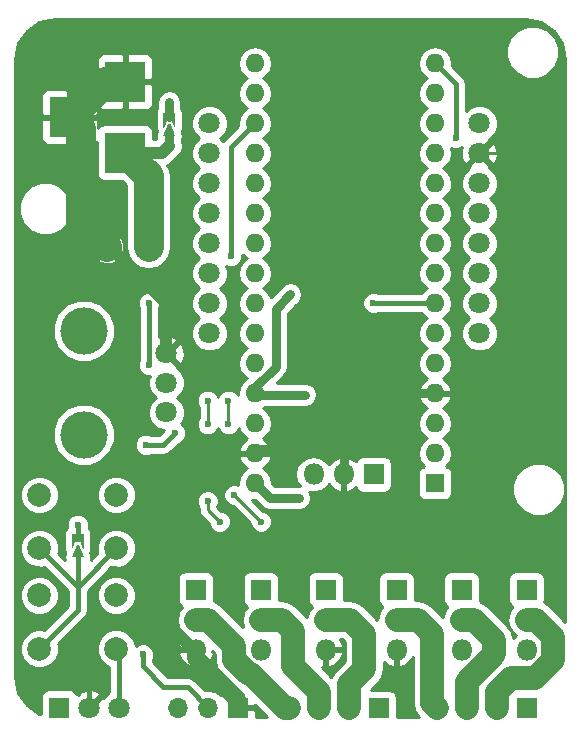
<source format=gbl>
G04 #@! TF.FileFunction,Copper,L2,Bot,Signal*
%FSLAX46Y46*%
G04 Gerber Fmt 4.6, Leading zero omitted, Abs format (unit mm)*
G04 Created by KiCad (PCBNEW 4.0.7-e2-6376~58~ubuntu14.04.1) date Mon Jan 15 11:45:40 2018*
%MOMM*%
%LPD*%
G01*
G04 APERTURE LIST*
%ADD10C,0.100000*%
%ADD11R,1.800000X1.800000*%
%ADD12O,1.800000X1.800000*%
%ADD13R,1.600000X1.600000*%
%ADD14O,1.600000X1.600000*%
%ADD15C,1.600000*%
%ADD16R,1.700000X1.700000*%
%ADD17O,1.700000X1.700000*%
%ADD18R,3.500000X3.500000*%
%ADD19C,1.800000*%
%ADD20C,4.000000*%
%ADD21C,2.000000*%
%ADD22R,1.000000X0.750000*%
%ADD23R,0.500000X0.300000*%
%ADD24C,0.600000*%
%ADD25C,0.400000*%
%ADD26C,0.250000*%
%ADD27C,1.000000*%
%ADD28C,0.750000*%
%ADD29C,1.500000*%
%ADD30C,2.500000*%
%ADD31C,2.000000*%
%ADD32C,0.254000*%
G04 APERTURE END LIST*
D10*
D11*
X161000000Y-101000000D03*
D12*
X161000000Y-103540000D03*
X161000000Y-106080000D03*
D13*
X158740000Y-92000000D03*
D14*
X143500000Y-58980000D03*
X158740000Y-89460000D03*
X143500000Y-61520000D03*
X158740000Y-86920000D03*
X143500000Y-64060000D03*
X158740000Y-84380000D03*
X143500000Y-66600000D03*
X158740000Y-81840000D03*
X143500000Y-69140000D03*
X158740000Y-79300000D03*
X143500000Y-71680000D03*
X158740000Y-76760000D03*
X143500000Y-74220000D03*
X158740000Y-74220000D03*
X143500000Y-76760000D03*
X158740000Y-71680000D03*
X143500000Y-79300000D03*
X158740000Y-69140000D03*
X143500000Y-81840000D03*
X158740000Y-66600000D03*
X143500000Y-84380000D03*
X158740000Y-64060000D03*
X143500000Y-86920000D03*
X158740000Y-61520000D03*
X143500000Y-89460000D03*
X158740000Y-58980000D03*
X143500000Y-92000000D03*
X158740000Y-56440000D03*
X143500000Y-56440000D03*
D13*
X134500000Y-72000000D03*
D15*
X131000000Y-72000000D03*
D16*
X154000000Y-111000000D03*
D17*
X151460000Y-111000000D03*
X148920000Y-111000000D03*
X146380000Y-111000000D03*
D16*
X166540000Y-111000000D03*
D17*
X164000000Y-111000000D03*
X161460000Y-111000000D03*
X158920000Y-111000000D03*
D18*
X132500000Y-64000000D03*
X132500000Y-58000000D03*
X127800000Y-61000000D03*
D11*
X144000000Y-101000000D03*
D12*
X144000000Y-103540000D03*
X144000000Y-106080000D03*
D11*
X149500000Y-101000000D03*
D12*
X149500000Y-103540000D03*
X149500000Y-106080000D03*
D11*
X138500000Y-101000000D03*
D12*
X138500000Y-103540000D03*
X138500000Y-106080000D03*
D11*
X166500000Y-101000000D03*
D12*
X166500000Y-103540000D03*
X166500000Y-106080000D03*
D11*
X155500000Y-101000000D03*
D12*
X155500000Y-103540000D03*
X155500000Y-106080000D03*
D19*
X136000000Y-86000000D03*
X136000000Y-83500000D03*
X136000000Y-81000000D03*
D20*
X129000000Y-87900000D03*
X129000000Y-79100000D03*
D21*
X131750000Y-93000000D03*
X131750000Y-97500000D03*
X125250000Y-93000000D03*
X125250000Y-97500000D03*
X131750000Y-101500000D03*
X131750000Y-106000000D03*
X125250000Y-101500000D03*
X125250000Y-106000000D03*
D11*
X126920000Y-111000000D03*
D19*
X129460000Y-111000000D03*
X132000000Y-111000000D03*
D16*
X142080000Y-111000000D03*
D17*
X139540000Y-111000000D03*
X137000000Y-111000000D03*
D22*
X128500000Y-96625000D03*
D10*
G36*
X128600000Y-97250000D02*
X129000000Y-98250000D01*
X128000000Y-98250000D01*
X128400000Y-97250000D01*
X128600000Y-97250000D01*
X128600000Y-97250000D01*
G37*
G36*
X128950958Y-97545206D02*
X128558889Y-96603781D01*
X129000165Y-96515605D01*
X128999988Y-97535409D01*
X128950958Y-97545206D01*
X128950958Y-97545206D01*
G37*
G36*
X128000012Y-97535409D02*
X127999835Y-96515605D01*
X128441111Y-96603781D01*
X128049042Y-97545206D01*
X128000012Y-97535409D01*
X128000012Y-97535409D01*
G37*
D23*
X128300000Y-96600000D03*
X128700000Y-96600000D03*
D22*
X136250000Y-61000000D03*
D10*
G36*
X136350000Y-61625000D02*
X136750000Y-62625000D01*
X135750000Y-62625000D01*
X136150000Y-61625000D01*
X136350000Y-61625000D01*
X136350000Y-61625000D01*
G37*
G36*
X136700958Y-61920206D02*
X136308889Y-60978781D01*
X136750165Y-60890605D01*
X136749988Y-61910409D01*
X136700958Y-61920206D01*
X136700958Y-61920206D01*
G37*
G36*
X135750012Y-61910409D02*
X135749835Y-60890605D01*
X136191111Y-60978781D01*
X135799042Y-61920206D01*
X135750012Y-61910409D01*
X135750012Y-61910409D01*
G37*
D23*
X136050000Y-60975000D03*
X136450000Y-60975000D03*
D11*
X153540000Y-91250000D03*
D12*
X151000000Y-91250000D03*
X148460000Y-91250000D03*
D19*
X162500000Y-79300000D03*
X162500000Y-76760000D03*
X162500000Y-74220000D03*
X162500000Y-71680000D03*
X162500000Y-69140000D03*
X162500000Y-66600000D03*
X162500000Y-64060000D03*
X162500000Y-61520000D03*
X139640000Y-61520000D03*
X139640000Y-64060000D03*
X139640000Y-66600000D03*
X139640000Y-69140000D03*
X139640000Y-71680000D03*
X139640000Y-74220000D03*
X139640000Y-76760000D03*
X139640000Y-79300000D03*
D24*
X134500000Y-82000000D03*
X134500000Y-76750000D03*
X136000000Y-106000000D03*
X168750000Y-101250000D03*
X151250000Y-56250000D03*
X151250000Y-67250000D03*
X132500000Y-55000000D03*
X167500000Y-63500000D03*
X167500000Y-73500000D03*
X167500000Y-83500000D03*
X139000000Y-98750000D03*
X144500000Y-98750000D03*
X150000000Y-98750000D03*
X167000000Y-98750000D03*
X161500000Y-98750000D03*
X156000000Y-98750000D03*
X168750000Y-98750000D03*
X164000000Y-101250000D03*
X158250000Y-101250000D03*
X152500000Y-101250000D03*
X146750000Y-101250000D03*
X141250000Y-101250000D03*
X136000000Y-98750000D03*
X136000000Y-101250000D03*
X136000000Y-103750000D03*
X141250000Y-98750000D03*
X146750000Y-98750000D03*
X152500000Y-98750000D03*
X158250000Y-98750000D03*
X164000000Y-98750000D03*
X132500000Y-60750000D03*
X124750000Y-64000000D03*
X128750000Y-57500000D03*
X124750000Y-61000000D03*
X137350000Y-93250000D03*
X134000002Y-106500000D03*
X153500000Y-76750004D03*
X136750000Y-87750000D03*
X146500000Y-76000000D03*
X147750000Y-84500008D03*
X134247954Y-88752046D03*
X144000000Y-95250000D03*
X141750000Y-93000000D03*
X141250000Y-87000000D03*
X141250000Y-85000000D03*
X139500000Y-93500000D03*
X140500000Y-95250000D03*
X139500000Y-87000000D03*
X139500000Y-85000000D03*
X147250000Y-93250000D03*
X136250000Y-59750000D03*
X160500000Y-62750000D03*
X128500000Y-95500000D03*
X141500000Y-72750000D03*
D25*
X134500000Y-76750000D02*
X134500000Y-82000000D01*
X151250000Y-59500000D02*
X151250000Y-56250000D01*
D26*
X136000000Y-81000000D02*
X137750000Y-82750000D01*
X137750000Y-82750000D02*
X137750000Y-92850000D01*
X137750000Y-92850000D02*
X137350000Y-93250000D01*
D25*
X151250000Y-67250000D02*
X151250000Y-87250000D01*
X151250000Y-87250000D02*
X151000000Y-87500000D01*
D26*
X132500000Y-58000000D02*
X132500000Y-55000000D01*
D25*
X151250000Y-59500000D02*
X151250000Y-67250000D01*
X146000000Y-54250000D02*
X151250000Y-59500000D01*
X133250000Y-54250000D02*
X146000000Y-54250000D01*
X132500000Y-55000000D02*
X133250000Y-54250000D01*
D27*
X143500000Y-89460000D02*
X143540000Y-89460000D01*
X143540000Y-89460000D02*
X143750000Y-89250000D01*
X143750000Y-89250000D02*
X149250000Y-89250000D01*
X149250000Y-89250000D02*
X151000000Y-87500000D01*
D28*
X154120000Y-84380000D02*
X151000000Y-87500000D01*
X151000000Y-87500000D02*
X151000000Y-91250000D01*
X158740000Y-84380000D02*
X154120000Y-84380000D01*
D26*
X162500000Y-64060000D02*
X166940000Y-64060000D01*
X166940000Y-64060000D02*
X167500000Y-63500000D01*
X167500000Y-73500000D02*
X167500000Y-63500000D01*
X158740000Y-84380000D02*
X166620000Y-84380000D01*
X166620000Y-84380000D02*
X167500000Y-83500000D01*
D29*
X142080000Y-111000000D02*
X142000000Y-110920000D01*
X142000000Y-110920000D02*
X142000000Y-110271872D01*
X142000000Y-110271872D02*
X138500000Y-106771872D01*
X138500000Y-106771872D02*
X138500000Y-106080000D01*
D25*
X129460000Y-111000000D02*
X129460000Y-105290000D01*
X129460000Y-105290000D02*
X131000000Y-103750000D01*
X131000000Y-103750000D02*
X136170000Y-103750000D01*
X139000000Y-98750000D02*
X141250000Y-98750000D01*
X136000000Y-98750000D02*
X139000000Y-98750000D01*
X144500000Y-98750000D02*
X146750000Y-98750000D01*
X141250000Y-98750000D02*
X144500000Y-98750000D01*
X150000000Y-98750000D02*
X152500000Y-98750000D01*
X146750000Y-98750000D02*
X150000000Y-98750000D01*
X167000000Y-98750000D02*
X168750000Y-98750000D01*
X164000000Y-98750000D02*
X167000000Y-98750000D01*
X161500000Y-98750000D02*
X164000000Y-98750000D01*
X158250000Y-98750000D02*
X161500000Y-98750000D01*
X156000000Y-98750000D02*
X158250000Y-98750000D01*
X152500000Y-98750000D02*
X156000000Y-98750000D01*
D27*
X136000000Y-101250000D02*
X136000000Y-103750000D01*
X136000000Y-98750000D02*
X136000000Y-101250000D01*
D25*
X136170000Y-103750000D02*
X136000000Y-103750000D01*
D27*
X136000000Y-97750000D02*
X136000000Y-98750000D01*
X137350000Y-93250000D02*
X137350000Y-96400000D01*
X136000000Y-103750000D02*
X138330000Y-106080000D01*
X137350000Y-96400000D02*
X136000000Y-97750000D01*
X138330000Y-106080000D02*
X138500000Y-106080000D01*
D25*
X136170000Y-103750000D02*
X138500000Y-106080000D01*
D30*
X127800000Y-61000000D02*
X128810001Y-62010001D01*
X128810001Y-62010001D02*
X128810001Y-69810001D01*
X128810001Y-69810001D02*
X131000000Y-72000000D01*
X132500000Y-58000000D02*
X130800000Y-58000000D01*
X130800000Y-58000000D02*
X127800000Y-61000000D01*
D27*
X136000000Y-81000000D02*
X136000000Y-76755198D01*
X136000000Y-76755198D02*
X131244802Y-72000000D01*
X131244802Y-72000000D02*
X131000000Y-72000000D01*
D25*
X129460000Y-111000000D02*
X129500000Y-110960000D01*
X134000002Y-106500000D02*
X134000002Y-107500002D01*
X134000002Y-107500002D02*
X135750000Y-109250000D01*
X135750000Y-109250000D02*
X137790000Y-109250000D01*
X137790000Y-109250000D02*
X139540000Y-111000000D01*
X153509996Y-76760000D02*
X153500000Y-76750004D01*
X158740000Y-76760000D02*
X153509996Y-76760000D01*
X134247954Y-88752046D02*
X135747954Y-88752046D01*
X135747954Y-88752046D02*
X136750000Y-87750000D01*
D28*
X145250000Y-82139802D02*
X145250000Y-77250000D01*
X145250000Y-77250000D02*
X146500000Y-76000000D01*
X143500000Y-84380000D02*
X143500000Y-83889802D01*
X143500000Y-83889802D02*
X145250000Y-82139802D01*
X143500000Y-84380000D02*
X143630000Y-84380000D01*
X143630000Y-84380000D02*
X143750008Y-84500008D01*
X143750008Y-84500008D02*
X147750000Y-84500008D01*
D25*
X128500000Y-98000000D02*
X128500000Y-100750000D01*
X128500000Y-100750000D02*
X128500000Y-102750000D01*
X128500000Y-102750000D02*
X125250000Y-106000000D01*
X131750000Y-106000000D02*
X132000000Y-106250000D01*
X132000000Y-106250000D02*
X132000000Y-111000000D01*
X131750000Y-97500000D02*
X128500000Y-100750000D01*
X125250000Y-97500000D02*
X128500000Y-100750000D01*
D26*
X141750000Y-93000000D02*
X144000000Y-95250000D01*
X141250000Y-85000000D02*
X141250000Y-87000000D01*
X140500000Y-95250000D02*
X139500000Y-94250000D01*
X139500000Y-94250000D02*
X139500000Y-93500000D01*
X139500000Y-85000000D02*
X139500000Y-87000000D01*
D28*
X147250000Y-93250000D02*
X144750000Y-93250000D01*
X144750000Y-93250000D02*
X143500000Y-92000000D01*
X136250000Y-61000000D02*
X136250000Y-59750000D01*
D25*
X160500000Y-62750000D02*
X160500000Y-58200000D01*
X160500000Y-58200000D02*
X158740000Y-56440000D01*
D31*
X138500000Y-103540000D02*
X139540000Y-103540000D01*
X139540000Y-103540000D02*
X141750000Y-105750000D01*
X146000000Y-111000000D02*
X146380000Y-111000000D01*
X141750000Y-105750000D02*
X141750000Y-106952802D01*
X141750000Y-106952802D02*
X142987199Y-108190001D01*
X142987199Y-108190001D02*
X143190001Y-108190001D01*
X143190001Y-108190001D02*
X146000000Y-111000000D01*
X144000000Y-103540000D02*
X145790000Y-103540000D01*
X145790000Y-103540000D02*
X146750000Y-104500000D01*
X146750000Y-104500000D02*
X146750000Y-107500000D01*
X146750000Y-107500000D02*
X148920000Y-109670000D01*
X148920000Y-109670000D02*
X148920000Y-111000000D01*
X149500000Y-103540000D02*
X151540000Y-103540000D01*
X151540000Y-103540000D02*
X152750000Y-104750000D01*
X152750000Y-104750000D02*
X152750000Y-107750000D01*
X152750000Y-107750000D02*
X151460000Y-109040000D01*
X151460000Y-109040000D02*
X151460000Y-111000000D01*
X155500000Y-103540000D02*
X157290000Y-103540000D01*
X157290000Y-103540000D02*
X158500000Y-104750000D01*
X158500000Y-104750000D02*
X158500000Y-110580000D01*
X158500000Y-110580000D02*
X158920000Y-111000000D01*
X161000000Y-103540000D02*
X162040000Y-103540000D01*
X162040000Y-103540000D02*
X163750000Y-105250000D01*
X163750000Y-105250000D02*
X163750000Y-106500000D01*
X163750000Y-106500000D02*
X161460000Y-108790000D01*
X161460000Y-108790000D02*
X161460000Y-111000000D01*
X166500000Y-103540000D02*
X167290000Y-103540000D01*
X167290000Y-103540000D02*
X168750000Y-105000000D01*
X168750000Y-107000000D02*
X167250000Y-108500000D01*
X168750000Y-105000000D02*
X168750000Y-107000000D01*
X167250000Y-108500000D02*
X165161998Y-108500000D01*
X165161998Y-108500000D02*
X164000000Y-109661998D01*
X164000000Y-109661998D02*
X164000000Y-111000000D01*
D25*
X128500000Y-95500000D02*
X128500000Y-96625000D01*
D30*
X134500000Y-66000000D02*
X134500000Y-72000000D01*
D28*
X136250000Y-63414505D02*
X136250000Y-62296579D01*
D27*
X132500000Y-64000000D02*
X135664505Y-64000000D01*
X135664505Y-64000000D02*
X136250000Y-63414505D01*
D30*
X132500000Y-64000000D02*
X134500000Y-66000000D01*
D25*
X143500000Y-61520000D02*
X141500000Y-63520000D01*
X141500000Y-63520000D02*
X141500000Y-72750000D01*
D32*
G36*
X167753707Y-52973288D02*
X168816546Y-53683454D01*
X169526712Y-54746295D01*
X169790000Y-56069931D01*
X169790000Y-103727761D01*
X168446120Y-102383880D01*
X168008646Y-102091570D01*
X168047440Y-101900000D01*
X168047440Y-100100000D01*
X168003162Y-99864683D01*
X167864090Y-99648559D01*
X167651890Y-99503569D01*
X167400000Y-99452560D01*
X165600000Y-99452560D01*
X165364683Y-99496838D01*
X165148559Y-99635910D01*
X165003569Y-99848110D01*
X164952560Y-100100000D01*
X164952560Y-101900000D01*
X164996838Y-102135317D01*
X165135910Y-102351441D01*
X165293574Y-102459168D01*
X164989457Y-102914313D01*
X164865000Y-103540000D01*
X164989457Y-104165687D01*
X165343880Y-104696120D01*
X165597120Y-104865329D01*
X165352988Y-105089067D01*
X165349720Y-105072637D01*
X165260543Y-104624312D01*
X164954100Y-104165688D01*
X164906120Y-104093880D01*
X164906117Y-104093878D01*
X163196120Y-102383880D01*
X162665688Y-102029457D01*
X162526818Y-102001834D01*
X162547440Y-101900000D01*
X162547440Y-100100000D01*
X162503162Y-99864683D01*
X162364090Y-99648559D01*
X162151890Y-99503569D01*
X161900000Y-99452560D01*
X160100000Y-99452560D01*
X159864683Y-99496838D01*
X159648559Y-99635910D01*
X159503569Y-99848110D01*
X159452560Y-100100000D01*
X159452560Y-101900000D01*
X159496838Y-102135317D01*
X159635910Y-102351441D01*
X159793574Y-102459168D01*
X159489457Y-102914313D01*
X159404361Y-103342121D01*
X158446120Y-102383880D01*
X157915688Y-102029457D01*
X157290000Y-101904999D01*
X157289995Y-101905000D01*
X157046427Y-101905000D01*
X157047440Y-101900000D01*
X157047440Y-100100000D01*
X157003162Y-99864683D01*
X156864090Y-99648559D01*
X156651890Y-99503569D01*
X156400000Y-99452560D01*
X154600000Y-99452560D01*
X154364683Y-99496838D01*
X154148559Y-99635910D01*
X154003569Y-99848110D01*
X153952560Y-100100000D01*
X153952560Y-101900000D01*
X153996838Y-102135317D01*
X154135910Y-102351441D01*
X154293574Y-102459168D01*
X153989457Y-102914313D01*
X153865000Y-103540000D01*
X153868169Y-103555930D01*
X152696120Y-102383880D01*
X152165688Y-102029457D01*
X151540000Y-101904999D01*
X151539995Y-101905000D01*
X151046427Y-101905000D01*
X151047440Y-101900000D01*
X151047440Y-100100000D01*
X151003162Y-99864683D01*
X150864090Y-99648559D01*
X150651890Y-99503569D01*
X150400000Y-99452560D01*
X148600000Y-99452560D01*
X148364683Y-99496838D01*
X148148559Y-99635910D01*
X148003569Y-99848110D01*
X147952560Y-100100000D01*
X147952560Y-101900000D01*
X147996838Y-102135317D01*
X148135910Y-102351441D01*
X148293574Y-102459168D01*
X147989457Y-102914313D01*
X147904361Y-103342121D01*
X146946120Y-102383880D01*
X146415688Y-102029457D01*
X145790000Y-101904999D01*
X145789995Y-101905000D01*
X145546427Y-101905000D01*
X145547440Y-101900000D01*
X145547440Y-100100000D01*
X145503162Y-99864683D01*
X145364090Y-99648559D01*
X145151890Y-99503569D01*
X144900000Y-99452560D01*
X143100000Y-99452560D01*
X142864683Y-99496838D01*
X142648559Y-99635910D01*
X142503569Y-99848110D01*
X142452560Y-100100000D01*
X142452560Y-101900000D01*
X142496838Y-102135317D01*
X142635910Y-102351441D01*
X142793574Y-102459168D01*
X142489457Y-102914313D01*
X142365000Y-103540000D01*
X142489457Y-104165687D01*
X142512674Y-104200434D01*
X140696120Y-102383880D01*
X140165688Y-102029457D01*
X140026818Y-102001834D01*
X140047440Y-101900000D01*
X140047440Y-100100000D01*
X140003162Y-99864683D01*
X139864090Y-99648559D01*
X139651890Y-99503569D01*
X139400000Y-99452560D01*
X137600000Y-99452560D01*
X137364683Y-99496838D01*
X137148559Y-99635910D01*
X137003569Y-99848110D01*
X136952560Y-100100000D01*
X136952560Y-101900000D01*
X136996838Y-102135317D01*
X137135910Y-102351441D01*
X137293574Y-102459168D01*
X136989457Y-102914313D01*
X136865000Y-103540000D01*
X136989457Y-104165687D01*
X137343880Y-104696120D01*
X137597120Y-104865329D01*
X137262034Y-105172424D01*
X137008954Y-105715258D01*
X137129003Y-105953000D01*
X138373000Y-105953000D01*
X138373000Y-105933000D01*
X138627000Y-105933000D01*
X138627000Y-105953000D01*
X138647000Y-105953000D01*
X138647000Y-106207000D01*
X138627000Y-106207000D01*
X138627000Y-107450378D01*
X138864740Y-107571036D01*
X139296417Y-107392240D01*
X139737966Y-106987576D01*
X139991046Y-106444742D01*
X139870998Y-106207002D01*
X139894762Y-106207002D01*
X140115000Y-106427240D01*
X140115000Y-106952797D01*
X140114999Y-106952802D01*
X140239457Y-107578490D01*
X140593880Y-108108922D01*
X141831077Y-109346118D01*
X141831079Y-109346121D01*
X142252827Y-109627923D01*
X142207000Y-109673750D01*
X142207000Y-110873000D01*
X143406250Y-110873000D01*
X143483505Y-110795745D01*
X144477761Y-111790000D01*
X143565000Y-111790000D01*
X143565000Y-111285750D01*
X143406250Y-111127000D01*
X142207000Y-111127000D01*
X142207000Y-111147000D01*
X141953000Y-111147000D01*
X141953000Y-111127000D01*
X141933000Y-111127000D01*
X141933000Y-110873000D01*
X141953000Y-110873000D01*
X141953000Y-109673750D01*
X141794250Y-109515000D01*
X141103690Y-109515000D01*
X140870301Y-109611673D01*
X140691673Y-109790302D01*
X140619403Y-109964777D01*
X140590054Y-109920853D01*
X140108285Y-109598946D01*
X139540000Y-109485907D01*
X139262061Y-109541193D01*
X138380434Y-108659566D01*
X138343668Y-108635000D01*
X138109541Y-108478561D01*
X137790000Y-108415000D01*
X136095868Y-108415000D01*
X134835002Y-107154134D01*
X134835002Y-106927234D01*
X134934840Y-106686799D01*
X134935050Y-106444742D01*
X137008954Y-106444742D01*
X137262034Y-106987576D01*
X137703583Y-107392240D01*
X138135260Y-107571036D01*
X138373000Y-107450378D01*
X138373000Y-106207000D01*
X137129003Y-106207000D01*
X137008954Y-106444742D01*
X134935050Y-106444742D01*
X134935164Y-106314833D01*
X134793119Y-105971057D01*
X134530329Y-105707808D01*
X134186801Y-105565162D01*
X133814835Y-105564838D01*
X133471059Y-105706883D01*
X133385182Y-105792610D01*
X133385284Y-105676205D01*
X133136894Y-105075057D01*
X132677363Y-104614722D01*
X132076648Y-104365284D01*
X131426205Y-104364716D01*
X130825057Y-104613106D01*
X130364722Y-105072637D01*
X130115284Y-105673352D01*
X130114716Y-106323795D01*
X130363106Y-106924943D01*
X130822637Y-107385278D01*
X131165000Y-107527439D01*
X131165000Y-109684143D01*
X131131629Y-109697932D01*
X130699449Y-110129357D01*
X130690797Y-110150194D01*
X130540159Y-110099446D01*
X129639605Y-111000000D01*
X129653748Y-111014143D01*
X129474143Y-111193748D01*
X129460000Y-111179605D01*
X129445858Y-111193748D01*
X129266253Y-111014143D01*
X129280395Y-111000000D01*
X129266253Y-110985858D01*
X129445858Y-110806253D01*
X129460000Y-110820395D01*
X130360554Y-109919841D01*
X130274148Y-109663357D01*
X129700664Y-109453542D01*
X129090540Y-109479161D01*
X128645852Y-109663357D01*
X128559447Y-109919839D01*
X128444890Y-109805282D01*
X128408412Y-109841760D01*
X128284090Y-109648559D01*
X128071890Y-109503569D01*
X127820000Y-109452560D01*
X126020000Y-109452560D01*
X125784683Y-109496838D01*
X125568559Y-109635910D01*
X125423569Y-109848110D01*
X125372560Y-110100000D01*
X125372560Y-111551828D01*
X125246295Y-111526712D01*
X124183454Y-110816546D01*
X123473288Y-109753707D01*
X123210000Y-108430069D01*
X123210000Y-101823795D01*
X123614716Y-101823795D01*
X123863106Y-102424943D01*
X124322637Y-102885278D01*
X124923352Y-103134716D01*
X125573795Y-103135284D01*
X126174943Y-102886894D01*
X126635278Y-102427363D01*
X126884716Y-101826648D01*
X126885284Y-101176205D01*
X126636894Y-100575057D01*
X126177363Y-100114722D01*
X125576648Y-99865284D01*
X124926205Y-99864716D01*
X124325057Y-100113106D01*
X123864722Y-100572637D01*
X123615284Y-101173352D01*
X123614716Y-101823795D01*
X123210000Y-101823795D01*
X123210000Y-97823795D01*
X123614716Y-97823795D01*
X123863106Y-98424943D01*
X124322637Y-98885278D01*
X124923352Y-99134716D01*
X125573795Y-99135284D01*
X125666225Y-99097093D01*
X127665000Y-101095868D01*
X127665000Y-102404132D01*
X125666527Y-104402605D01*
X125576648Y-104365284D01*
X124926205Y-104364716D01*
X124325057Y-104613106D01*
X123864722Y-105072637D01*
X123615284Y-105673352D01*
X123614716Y-106323795D01*
X123863106Y-106924943D01*
X124322637Y-107385278D01*
X124923352Y-107634716D01*
X125573795Y-107635284D01*
X126174943Y-107386894D01*
X126635278Y-106927363D01*
X126884716Y-106326648D01*
X126885284Y-105676205D01*
X126847093Y-105583775D01*
X129090434Y-103340434D01*
X129271439Y-103069541D01*
X129335000Y-102750000D01*
X129335000Y-101823795D01*
X130114716Y-101823795D01*
X130363106Y-102424943D01*
X130822637Y-102885278D01*
X131423352Y-103134716D01*
X132073795Y-103135284D01*
X132674943Y-102886894D01*
X133135278Y-102427363D01*
X133384716Y-101826648D01*
X133385284Y-101176205D01*
X133136894Y-100575057D01*
X132677363Y-100114722D01*
X132076648Y-99865284D01*
X131426205Y-99864716D01*
X130825057Y-100113106D01*
X130364722Y-100572637D01*
X130115284Y-101173352D01*
X130114716Y-101823795D01*
X129335000Y-101823795D01*
X129335000Y-101095868D01*
X131333473Y-99097395D01*
X131423352Y-99134716D01*
X132073795Y-99135284D01*
X132674943Y-98886894D01*
X133135278Y-98427363D01*
X133384716Y-97826648D01*
X133385284Y-97176205D01*
X133136894Y-96575057D01*
X132677363Y-96114722D01*
X132076648Y-95865284D01*
X131426205Y-95864716D01*
X130825057Y-96113106D01*
X130364722Y-96572637D01*
X130115284Y-97173352D01*
X130114716Y-97823795D01*
X130152907Y-97916225D01*
X129601701Y-98467431D01*
X129647322Y-98262366D01*
X129601133Y-98009547D01*
X129543322Y-97865019D01*
X129596375Y-97787403D01*
X129647428Y-97535521D01*
X129647605Y-96515717D01*
X129647440Y-96515153D01*
X129647440Y-96250000D01*
X129603162Y-96014683D01*
X129464090Y-95798559D01*
X129405153Y-95758289D01*
X129434838Y-95686799D01*
X129435162Y-95314833D01*
X129293117Y-94971057D01*
X129030327Y-94707808D01*
X128686799Y-94565162D01*
X128314833Y-94564838D01*
X127971057Y-94706883D01*
X127707808Y-94969673D01*
X127565162Y-95313201D01*
X127564838Y-95685167D01*
X127594302Y-95756475D01*
X127548559Y-95785910D01*
X127403569Y-95998110D01*
X127352560Y-96250000D01*
X127352560Y-96514901D01*
X127352395Y-96515717D01*
X127352572Y-97535521D01*
X127452791Y-97874738D01*
X127398867Y-98009547D01*
X127352807Y-98232113D01*
X127392765Y-98461897D01*
X126847395Y-97916527D01*
X126884716Y-97826648D01*
X126885284Y-97176205D01*
X126636894Y-96575057D01*
X126177363Y-96114722D01*
X125576648Y-95865284D01*
X124926205Y-95864716D01*
X124325057Y-96113106D01*
X123864722Y-96572637D01*
X123615284Y-97173352D01*
X123614716Y-97823795D01*
X123210000Y-97823795D01*
X123210000Y-93323795D01*
X123614716Y-93323795D01*
X123863106Y-93924943D01*
X124322637Y-94385278D01*
X124923352Y-94634716D01*
X125573795Y-94635284D01*
X126174943Y-94386894D01*
X126635278Y-93927363D01*
X126884716Y-93326648D01*
X126884718Y-93323795D01*
X130114716Y-93323795D01*
X130363106Y-93924943D01*
X130822637Y-94385278D01*
X131423352Y-94634716D01*
X132073795Y-94635284D01*
X132674943Y-94386894D01*
X133135278Y-93927363D01*
X133235846Y-93685167D01*
X138564838Y-93685167D01*
X138706883Y-94028943D01*
X138740000Y-94062118D01*
X138740000Y-94250000D01*
X138797852Y-94540839D01*
X138962599Y-94787401D01*
X139564878Y-95389680D01*
X139564838Y-95435167D01*
X139706883Y-95778943D01*
X139969673Y-96042192D01*
X140313201Y-96184838D01*
X140685167Y-96185162D01*
X141028943Y-96043117D01*
X141292192Y-95780327D01*
X141434838Y-95436799D01*
X141435162Y-95064833D01*
X141293117Y-94721057D01*
X141030327Y-94457808D01*
X140686799Y-94315162D01*
X140639923Y-94315121D01*
X140310658Y-93985856D01*
X140434838Y-93686799D01*
X140435162Y-93314833D01*
X140381586Y-93185167D01*
X140814838Y-93185167D01*
X140956883Y-93528943D01*
X141219673Y-93792192D01*
X141563201Y-93934838D01*
X141610077Y-93934879D01*
X143064878Y-95389680D01*
X143064838Y-95435167D01*
X143206883Y-95778943D01*
X143469673Y-96042192D01*
X143813201Y-96184838D01*
X144185167Y-96185162D01*
X144528943Y-96043117D01*
X144792192Y-95780327D01*
X144934838Y-95436799D01*
X144935162Y-95064833D01*
X144793117Y-94721057D01*
X144530327Y-94457808D01*
X144186799Y-94315162D01*
X144139923Y-94315121D01*
X143207141Y-93382339D01*
X143471887Y-93435000D01*
X143506644Y-93435000D01*
X144035822Y-93964178D01*
X144363490Y-94183118D01*
X144750000Y-94260000D01*
X147250000Y-94260000D01*
X147636510Y-94183118D01*
X147964178Y-93964178D01*
X148183118Y-93636510D01*
X148260000Y-93250000D01*
X148183118Y-92863490D01*
X148084803Y-92716350D01*
X148429928Y-92785000D01*
X148490072Y-92785000D01*
X149077491Y-92668155D01*
X149575481Y-92335409D01*
X149734501Y-92097418D01*
X150092424Y-92487966D01*
X150635258Y-92741046D01*
X150873000Y-92620997D01*
X150873000Y-91377000D01*
X150853000Y-91377000D01*
X150853000Y-91123000D01*
X150873000Y-91123000D01*
X150873000Y-89879003D01*
X151127000Y-89879003D01*
X151127000Y-91123000D01*
X151147000Y-91123000D01*
X151147000Y-91377000D01*
X151127000Y-91377000D01*
X151127000Y-92620997D01*
X151364742Y-92741046D01*
X151907576Y-92487966D01*
X152030844Y-92353462D01*
X152036838Y-92385317D01*
X152175910Y-92601441D01*
X152388110Y-92746431D01*
X152640000Y-92797440D01*
X154440000Y-92797440D01*
X154675317Y-92753162D01*
X154891441Y-92614090D01*
X155036431Y-92401890D01*
X155087440Y-92150000D01*
X155087440Y-90350000D01*
X155043162Y-90114683D01*
X154904090Y-89898559D01*
X154691890Y-89753569D01*
X154440000Y-89702560D01*
X152640000Y-89702560D01*
X152404683Y-89746838D01*
X152188559Y-89885910D01*
X152043569Y-90098110D01*
X152033234Y-90149146D01*
X151907576Y-90012034D01*
X151364742Y-89758954D01*
X151127000Y-89879003D01*
X150873000Y-89879003D01*
X150635258Y-89758954D01*
X150092424Y-90012034D01*
X149734501Y-90402582D01*
X149575481Y-90164591D01*
X149077491Y-89831845D01*
X148490072Y-89715000D01*
X148429928Y-89715000D01*
X147842509Y-89831845D01*
X147344519Y-90164591D01*
X147011773Y-90662581D01*
X146894928Y-91250000D01*
X147011773Y-91837419D01*
X147285485Y-92247058D01*
X147250000Y-92240000D01*
X145168356Y-92240000D01*
X144957346Y-92028990D01*
X144963113Y-92000000D01*
X144853880Y-91450849D01*
X144542811Y-90985302D01*
X144138297Y-90715014D01*
X144355134Y-90612389D01*
X144731041Y-90197423D01*
X144891904Y-89809039D01*
X144769915Y-89587000D01*
X143627000Y-89587000D01*
X143627000Y-89607000D01*
X143373000Y-89607000D01*
X143373000Y-89587000D01*
X142230085Y-89587000D01*
X142108096Y-89809039D01*
X142268959Y-90197423D01*
X142644866Y-90612389D01*
X142861703Y-90715014D01*
X142457189Y-90985302D01*
X142146120Y-91450849D01*
X142036887Y-92000000D01*
X142060027Y-92116331D01*
X141936799Y-92065162D01*
X141564833Y-92064838D01*
X141221057Y-92206883D01*
X140957808Y-92469673D01*
X140815162Y-92813201D01*
X140814838Y-93185167D01*
X140381586Y-93185167D01*
X140293117Y-92971057D01*
X140030327Y-92707808D01*
X139686799Y-92565162D01*
X139314833Y-92564838D01*
X138971057Y-92706883D01*
X138707808Y-92969673D01*
X138565162Y-93313201D01*
X138564838Y-93685167D01*
X133235846Y-93685167D01*
X133384716Y-93326648D01*
X133385284Y-92676205D01*
X133136894Y-92075057D01*
X132677363Y-91614722D01*
X132076648Y-91365284D01*
X131426205Y-91364716D01*
X130825057Y-91613106D01*
X130364722Y-92072637D01*
X130115284Y-92673352D01*
X130114716Y-93323795D01*
X126884718Y-93323795D01*
X126885284Y-92676205D01*
X126636894Y-92075057D01*
X126177363Y-91614722D01*
X125576648Y-91365284D01*
X124926205Y-91364716D01*
X124325057Y-91613106D01*
X123864722Y-92072637D01*
X123615284Y-92673352D01*
X123614716Y-93323795D01*
X123210000Y-93323795D01*
X123210000Y-88421834D01*
X126364543Y-88421834D01*
X126764853Y-89390658D01*
X127505443Y-90132542D01*
X128473567Y-90534542D01*
X129521834Y-90535457D01*
X130490658Y-90135147D01*
X131232542Y-89394557D01*
X131422447Y-88937213D01*
X133312792Y-88937213D01*
X133454837Y-89280989D01*
X133717627Y-89544238D01*
X134061155Y-89686884D01*
X134433121Y-89687208D01*
X134675532Y-89587046D01*
X135747954Y-89587046D01*
X136067495Y-89523485D01*
X136338388Y-89342480D01*
X137038333Y-88642535D01*
X137278943Y-88543117D01*
X137542192Y-88280327D01*
X137684838Y-87936799D01*
X137685162Y-87564833D01*
X137543117Y-87221057D01*
X137280327Y-86957808D01*
X137232943Y-86938133D01*
X137300551Y-86870643D01*
X137534733Y-86306670D01*
X137535265Y-85696009D01*
X137302068Y-85131629D01*
X136920818Y-84749712D01*
X137300551Y-84370643D01*
X137534733Y-83806670D01*
X137535265Y-83196009D01*
X137302068Y-82631629D01*
X136870643Y-82199449D01*
X136861628Y-82195706D01*
X136900554Y-82080159D01*
X136000000Y-81179605D01*
X135985858Y-81193748D01*
X135806253Y-81014143D01*
X135820395Y-81000000D01*
X136179605Y-81000000D01*
X137080159Y-81900554D01*
X137336643Y-81814148D01*
X137546458Y-81240664D01*
X137520839Y-80630540D01*
X137336643Y-80185852D01*
X137080159Y-80099446D01*
X136179605Y-81000000D01*
X135820395Y-81000000D01*
X135806253Y-80985858D01*
X135985858Y-80806253D01*
X136000000Y-80820395D01*
X136900554Y-79919841D01*
X136814148Y-79663357D01*
X136240664Y-79453542D01*
X135630540Y-79479161D01*
X135335000Y-79601578D01*
X135335000Y-77177234D01*
X135434838Y-76936799D01*
X135435162Y-76564833D01*
X135293117Y-76221057D01*
X135030327Y-75957808D01*
X134686799Y-75815162D01*
X134314833Y-75814838D01*
X133971057Y-75956883D01*
X133707808Y-76219673D01*
X133565162Y-76563201D01*
X133564838Y-76935167D01*
X133665000Y-77177578D01*
X133665000Y-81572766D01*
X133565162Y-81813201D01*
X133564838Y-82185167D01*
X133706883Y-82528943D01*
X133969673Y-82792192D01*
X134313201Y-82934838D01*
X134572508Y-82935064D01*
X134465267Y-83193330D01*
X134464735Y-83803991D01*
X134697932Y-84368371D01*
X135079182Y-84750288D01*
X134699449Y-85129357D01*
X134465267Y-85693330D01*
X134464735Y-86303991D01*
X134697932Y-86868371D01*
X135129357Y-87300551D01*
X135693330Y-87534733D01*
X135784320Y-87534812D01*
X135402086Y-87917046D01*
X134675188Y-87917046D01*
X134434753Y-87817208D01*
X134062787Y-87816884D01*
X133719011Y-87958929D01*
X133455762Y-88221719D01*
X133313116Y-88565247D01*
X133312792Y-88937213D01*
X131422447Y-88937213D01*
X131634542Y-88426433D01*
X131635457Y-87378166D01*
X131235147Y-86409342D01*
X130494557Y-85667458D01*
X129526433Y-85265458D01*
X128478166Y-85264543D01*
X127509342Y-85664853D01*
X126767458Y-86405443D01*
X126365458Y-87373567D01*
X126364543Y-88421834D01*
X123210000Y-88421834D01*
X123210000Y-79621834D01*
X126364543Y-79621834D01*
X126764853Y-80590658D01*
X127505443Y-81332542D01*
X128473567Y-81734542D01*
X129521834Y-81735457D01*
X130490658Y-81335147D01*
X131232542Y-80594557D01*
X131634542Y-79626433D01*
X131635457Y-78578166D01*
X131235147Y-77609342D01*
X130494557Y-76867458D01*
X129526433Y-76465458D01*
X128478166Y-76464543D01*
X127509342Y-76864853D01*
X126767458Y-77605443D01*
X126365458Y-78573567D01*
X126364543Y-79621834D01*
X123210000Y-79621834D01*
X123210000Y-73007745D01*
X130171861Y-73007745D01*
X130245995Y-73253864D01*
X130783223Y-73446965D01*
X131353454Y-73419778D01*
X131754005Y-73253864D01*
X131828139Y-73007745D01*
X131000000Y-72179605D01*
X130171861Y-73007745D01*
X123210000Y-73007745D01*
X123210000Y-71783223D01*
X129553035Y-71783223D01*
X129580222Y-72353454D01*
X129746136Y-72754005D01*
X129992255Y-72828139D01*
X130820395Y-72000000D01*
X131179605Y-72000000D01*
X132007745Y-72828139D01*
X132253864Y-72754005D01*
X132446965Y-72216777D01*
X132419778Y-71646546D01*
X132253864Y-71245995D01*
X132007745Y-71171861D01*
X131179605Y-72000000D01*
X130820395Y-72000000D01*
X129992255Y-71171861D01*
X129746136Y-71245995D01*
X129553035Y-71783223D01*
X123210000Y-71783223D01*
X123210000Y-70992255D01*
X130171861Y-70992255D01*
X131000000Y-71820395D01*
X131828139Y-70992255D01*
X131754005Y-70746136D01*
X131216777Y-70553035D01*
X130646546Y-70580222D01*
X130245995Y-70746136D01*
X130171861Y-70992255D01*
X123210000Y-70992255D01*
X123210000Y-69192619D01*
X123514613Y-69192619D01*
X123854155Y-70014372D01*
X124482321Y-70643636D01*
X125303481Y-70984611D01*
X126192619Y-70985387D01*
X127014372Y-70645845D01*
X127643636Y-70017679D01*
X127984611Y-69196519D01*
X127985387Y-68307381D01*
X127645845Y-67485628D01*
X127017679Y-66856364D01*
X126196519Y-66515389D01*
X125307381Y-66514613D01*
X124485628Y-66854155D01*
X123856364Y-67482321D01*
X123515389Y-68303481D01*
X123514613Y-69192619D01*
X123210000Y-69192619D01*
X123210000Y-61285750D01*
X125415000Y-61285750D01*
X125415000Y-62876309D01*
X125511673Y-63109698D01*
X125690301Y-63288327D01*
X125923690Y-63385000D01*
X127514250Y-63385000D01*
X127673000Y-63226250D01*
X127673000Y-61127000D01*
X127927000Y-61127000D01*
X127927000Y-63226250D01*
X128085750Y-63385000D01*
X129676310Y-63385000D01*
X129909699Y-63288327D01*
X130088327Y-63109698D01*
X130102560Y-63075337D01*
X130102560Y-65750000D01*
X130146838Y-65985317D01*
X130285910Y-66201441D01*
X130498110Y-66346431D01*
X130750000Y-66397440D01*
X132231648Y-66397440D01*
X132615000Y-66780792D01*
X132615000Y-72000000D01*
X132758487Y-72721358D01*
X133167104Y-73332896D01*
X133778642Y-73741513D01*
X134500000Y-73885000D01*
X135221358Y-73741513D01*
X135832896Y-73332896D01*
X136241513Y-72721358D01*
X136385000Y-72000000D01*
X136385000Y-66000000D01*
X136304493Y-65595265D01*
X136241513Y-65278641D01*
X136089102Y-65050542D01*
X136098851Y-65048603D01*
X136467071Y-64802566D01*
X137052566Y-64217071D01*
X137298603Y-63848850D01*
X137385000Y-63414505D01*
X137298603Y-62980160D01*
X137287702Y-62963846D01*
X137341511Y-62888236D01*
X137397322Y-62637366D01*
X137351133Y-62384547D01*
X137293322Y-62240019D01*
X137346375Y-62162403D01*
X137397428Y-61910521D01*
X137397443Y-61823991D01*
X138104735Y-61823991D01*
X138337932Y-62388371D01*
X138739182Y-62790323D01*
X138339449Y-63189357D01*
X138105267Y-63753330D01*
X138104735Y-64363991D01*
X138337932Y-64928371D01*
X138739182Y-65330323D01*
X138339449Y-65729357D01*
X138105267Y-66293330D01*
X138104735Y-66903991D01*
X138337932Y-67468371D01*
X138739182Y-67870323D01*
X138339449Y-68269357D01*
X138105267Y-68833330D01*
X138104735Y-69443991D01*
X138337932Y-70008371D01*
X138739182Y-70410323D01*
X138339449Y-70809357D01*
X138105267Y-71373330D01*
X138104735Y-71983991D01*
X138337932Y-72548371D01*
X138739182Y-72950323D01*
X138339449Y-73349357D01*
X138105267Y-73913330D01*
X138104735Y-74523991D01*
X138337932Y-75088371D01*
X138739182Y-75490323D01*
X138339449Y-75889357D01*
X138105267Y-76453330D01*
X138104735Y-77063991D01*
X138337932Y-77628371D01*
X138739182Y-78030323D01*
X138339449Y-78429357D01*
X138105267Y-78993330D01*
X138104735Y-79603991D01*
X138337932Y-80168371D01*
X138769357Y-80600551D01*
X139333330Y-80834733D01*
X139943991Y-80835265D01*
X140508371Y-80602068D01*
X140940551Y-80170643D01*
X141174733Y-79606670D01*
X141175265Y-78996009D01*
X140942068Y-78431629D01*
X140540818Y-78029677D01*
X140940551Y-77630643D01*
X141174733Y-77066670D01*
X141175265Y-76456009D01*
X140942068Y-75891629D01*
X140540818Y-75489677D01*
X140940551Y-75090643D01*
X141174733Y-74526670D01*
X141175265Y-73916009D01*
X141031397Y-73567822D01*
X141313201Y-73684838D01*
X141685167Y-73685162D01*
X142028943Y-73543117D01*
X142292192Y-73280327D01*
X142434838Y-72936799D01*
X142435078Y-72661606D01*
X142457189Y-72694698D01*
X142839275Y-72950000D01*
X142457189Y-73205302D01*
X142146120Y-73670849D01*
X142036887Y-74220000D01*
X142146120Y-74769151D01*
X142457189Y-75234698D01*
X142839275Y-75490000D01*
X142457189Y-75745302D01*
X142146120Y-76210849D01*
X142036887Y-76760000D01*
X142146120Y-77309151D01*
X142457189Y-77774698D01*
X142839275Y-78030000D01*
X142457189Y-78285302D01*
X142146120Y-78750849D01*
X142036887Y-79300000D01*
X142146120Y-79849151D01*
X142457189Y-80314698D01*
X142839275Y-80570000D01*
X142457189Y-80825302D01*
X142146120Y-81290849D01*
X142036887Y-81840000D01*
X142146120Y-82389151D01*
X142457189Y-82854698D01*
X142839275Y-83110000D01*
X142457189Y-83365302D01*
X142146120Y-83830849D01*
X142036887Y-84380000D01*
X142066030Y-84526510D01*
X142043117Y-84471057D01*
X141780327Y-84207808D01*
X141436799Y-84065162D01*
X141064833Y-84064838D01*
X140721057Y-84206883D01*
X140457808Y-84469673D01*
X140374972Y-84669162D01*
X140293117Y-84471057D01*
X140030327Y-84207808D01*
X139686799Y-84065162D01*
X139314833Y-84064838D01*
X138971057Y-84206883D01*
X138707808Y-84469673D01*
X138565162Y-84813201D01*
X138564838Y-85185167D01*
X138706883Y-85528943D01*
X138740000Y-85562118D01*
X138740000Y-86437537D01*
X138707808Y-86469673D01*
X138565162Y-86813201D01*
X138564838Y-87185167D01*
X138706883Y-87528943D01*
X138969673Y-87792192D01*
X139313201Y-87934838D01*
X139685167Y-87935162D01*
X140028943Y-87793117D01*
X140292192Y-87530327D01*
X140375028Y-87330838D01*
X140456883Y-87528943D01*
X140719673Y-87792192D01*
X141063201Y-87934838D01*
X141435167Y-87935162D01*
X141778943Y-87793117D01*
X142042192Y-87530327D01*
X142120687Y-87341291D01*
X142146120Y-87469151D01*
X142457189Y-87934698D01*
X142861703Y-88204986D01*
X142644866Y-88307611D01*
X142268959Y-88722577D01*
X142108096Y-89110961D01*
X142230085Y-89333000D01*
X143373000Y-89333000D01*
X143373000Y-89313000D01*
X143627000Y-89313000D01*
X143627000Y-89333000D01*
X144769915Y-89333000D01*
X144891904Y-89110961D01*
X144731041Y-88722577D01*
X144355134Y-88307611D01*
X144138297Y-88204986D01*
X144542811Y-87934698D01*
X144853880Y-87469151D01*
X144963113Y-86920000D01*
X157276887Y-86920000D01*
X157386120Y-87469151D01*
X157697189Y-87934698D01*
X158079275Y-88190000D01*
X157697189Y-88445302D01*
X157386120Y-88910849D01*
X157276887Y-89460000D01*
X157386120Y-90009151D01*
X157697189Y-90474698D01*
X157841465Y-90571101D01*
X157704683Y-90596838D01*
X157488559Y-90735910D01*
X157343569Y-90948110D01*
X157292560Y-91200000D01*
X157292560Y-92800000D01*
X157336838Y-93035317D01*
X157475910Y-93251441D01*
X157688110Y-93396431D01*
X157940000Y-93447440D01*
X159540000Y-93447440D01*
X159775317Y-93403162D01*
X159991441Y-93264090D01*
X160136431Y-93051890D01*
X160158558Y-92942619D01*
X165264613Y-92942619D01*
X165604155Y-93764372D01*
X166232321Y-94393636D01*
X167053481Y-94734611D01*
X167942619Y-94735387D01*
X168764372Y-94395845D01*
X169393636Y-93767679D01*
X169734611Y-92946519D01*
X169735387Y-92057381D01*
X169395845Y-91235628D01*
X168767679Y-90606364D01*
X167946519Y-90265389D01*
X167057381Y-90264613D01*
X166235628Y-90604155D01*
X165606364Y-91232321D01*
X165265389Y-92053481D01*
X165264613Y-92942619D01*
X160158558Y-92942619D01*
X160187440Y-92800000D01*
X160187440Y-91200000D01*
X160143162Y-90964683D01*
X160004090Y-90748559D01*
X159791890Y-90603569D01*
X159636911Y-90572185D01*
X159782811Y-90474698D01*
X160093880Y-90009151D01*
X160203113Y-89460000D01*
X160093880Y-88910849D01*
X159782811Y-88445302D01*
X159400725Y-88190000D01*
X159782811Y-87934698D01*
X160093880Y-87469151D01*
X160203113Y-86920000D01*
X160093880Y-86370849D01*
X159782811Y-85905302D01*
X159378297Y-85635014D01*
X159595134Y-85532389D01*
X159971041Y-85117423D01*
X160131904Y-84729039D01*
X160009915Y-84507000D01*
X158867000Y-84507000D01*
X158867000Y-84527000D01*
X158613000Y-84527000D01*
X158613000Y-84507000D01*
X157470085Y-84507000D01*
X157348096Y-84729039D01*
X157508959Y-85117423D01*
X157884866Y-85532389D01*
X158101703Y-85635014D01*
X157697189Y-85905302D01*
X157386120Y-86370849D01*
X157276887Y-86920000D01*
X144963113Y-86920000D01*
X144853880Y-86370849D01*
X144542811Y-85905302D01*
X144160725Y-85650000D01*
X144370238Y-85510008D01*
X147750000Y-85510008D01*
X148136510Y-85433126D01*
X148464178Y-85214186D01*
X148683118Y-84886518D01*
X148760000Y-84500008D01*
X148683118Y-84113498D01*
X148464178Y-83785830D01*
X148136510Y-83566890D01*
X147750000Y-83490008D01*
X145328150Y-83490008D01*
X145964178Y-82853980D01*
X146183118Y-82526312D01*
X146260000Y-82139802D01*
X146260000Y-77668356D01*
X146993185Y-76935171D01*
X152564838Y-76935171D01*
X152706883Y-77278947D01*
X152969673Y-77542196D01*
X153313201Y-77684842D01*
X153685167Y-77685166D01*
X153903386Y-77595000D01*
X157577118Y-77595000D01*
X157697189Y-77774698D01*
X158079275Y-78030000D01*
X157697189Y-78285302D01*
X157386120Y-78750849D01*
X157276887Y-79300000D01*
X157386120Y-79849151D01*
X157697189Y-80314698D01*
X158079275Y-80570000D01*
X157697189Y-80825302D01*
X157386120Y-81290849D01*
X157276887Y-81840000D01*
X157386120Y-82389151D01*
X157697189Y-82854698D01*
X158101703Y-83124986D01*
X157884866Y-83227611D01*
X157508959Y-83642577D01*
X157348096Y-84030961D01*
X157470085Y-84253000D01*
X158613000Y-84253000D01*
X158613000Y-84233000D01*
X158867000Y-84233000D01*
X158867000Y-84253000D01*
X160009915Y-84253000D01*
X160131904Y-84030961D01*
X159971041Y-83642577D01*
X159595134Y-83227611D01*
X159378297Y-83124986D01*
X159782811Y-82854698D01*
X160093880Y-82389151D01*
X160203113Y-81840000D01*
X160093880Y-81290849D01*
X159782811Y-80825302D01*
X159400725Y-80570000D01*
X159782811Y-80314698D01*
X160093880Y-79849151D01*
X160203113Y-79300000D01*
X160093880Y-78750849D01*
X159782811Y-78285302D01*
X159400725Y-78030000D01*
X159782811Y-77774698D01*
X160093880Y-77309151D01*
X160203113Y-76760000D01*
X160093880Y-76210849D01*
X159782811Y-75745302D01*
X159400725Y-75490000D01*
X159782811Y-75234698D01*
X160093880Y-74769151D01*
X160203113Y-74220000D01*
X160093880Y-73670849D01*
X159782811Y-73205302D01*
X159400725Y-72950000D01*
X159782811Y-72694698D01*
X160093880Y-72229151D01*
X160203113Y-71680000D01*
X160093880Y-71130849D01*
X159782811Y-70665302D01*
X159400725Y-70410000D01*
X159782811Y-70154698D01*
X160093880Y-69689151D01*
X160203113Y-69140000D01*
X160093880Y-68590849D01*
X159782811Y-68125302D01*
X159400725Y-67870000D01*
X159782811Y-67614698D01*
X160093880Y-67149151D01*
X160142645Y-66903991D01*
X160964735Y-66903991D01*
X161197932Y-67468371D01*
X161599182Y-67870323D01*
X161199449Y-68269357D01*
X160965267Y-68833330D01*
X160964735Y-69443991D01*
X161197932Y-70008371D01*
X161599182Y-70410323D01*
X161199449Y-70809357D01*
X160965267Y-71373330D01*
X160964735Y-71983991D01*
X161197932Y-72548371D01*
X161599182Y-72950323D01*
X161199449Y-73349357D01*
X160965267Y-73913330D01*
X160964735Y-74523991D01*
X161197932Y-75088371D01*
X161599182Y-75490323D01*
X161199449Y-75889357D01*
X160965267Y-76453330D01*
X160964735Y-77063991D01*
X161197932Y-77628371D01*
X161599182Y-78030323D01*
X161199449Y-78429357D01*
X160965267Y-78993330D01*
X160964735Y-79603991D01*
X161197932Y-80168371D01*
X161629357Y-80600551D01*
X162193330Y-80834733D01*
X162803991Y-80835265D01*
X163368371Y-80602068D01*
X163800551Y-80170643D01*
X164034733Y-79606670D01*
X164035265Y-78996009D01*
X163802068Y-78431629D01*
X163400818Y-78029677D01*
X163800551Y-77630643D01*
X164034733Y-77066670D01*
X164035265Y-76456009D01*
X163802068Y-75891629D01*
X163400818Y-75489677D01*
X163800551Y-75090643D01*
X164034733Y-74526670D01*
X164035265Y-73916009D01*
X163802068Y-73351629D01*
X163400818Y-72949677D01*
X163800551Y-72550643D01*
X164034733Y-71986670D01*
X164035265Y-71376009D01*
X163802068Y-70811629D01*
X163400818Y-70409677D01*
X163800551Y-70010643D01*
X164034733Y-69446670D01*
X164035265Y-68836009D01*
X163802068Y-68271629D01*
X163400818Y-67869677D01*
X163800551Y-67470643D01*
X164034733Y-66906670D01*
X164035265Y-66296009D01*
X163802068Y-65731629D01*
X163370643Y-65299449D01*
X163349806Y-65290797D01*
X163400554Y-65140159D01*
X162500000Y-64239605D01*
X161599446Y-65140159D01*
X161650035Y-65290327D01*
X161631629Y-65297932D01*
X161199449Y-65729357D01*
X160965267Y-66293330D01*
X160964735Y-66903991D01*
X160142645Y-66903991D01*
X160203113Y-66600000D01*
X160093880Y-66050849D01*
X159782811Y-65585302D01*
X159400725Y-65330000D01*
X159782811Y-65074698D01*
X160093880Y-64609151D01*
X160203113Y-64060000D01*
X160111858Y-63601233D01*
X160313201Y-63684838D01*
X160685167Y-63685162D01*
X161028943Y-63543117D01*
X161069361Y-63502769D01*
X160953542Y-63819336D01*
X160979161Y-64429460D01*
X161163357Y-64874148D01*
X161419841Y-64960554D01*
X162320395Y-64060000D01*
X162679605Y-64060000D01*
X163580159Y-64960554D01*
X163836643Y-64874148D01*
X164046458Y-64300664D01*
X164020839Y-63690540D01*
X163836643Y-63245852D01*
X163580159Y-63159446D01*
X162679605Y-64060000D01*
X162320395Y-64060000D01*
X162306253Y-64045858D01*
X162485858Y-63866253D01*
X162500000Y-63880395D01*
X163400554Y-62979841D01*
X163349965Y-62829673D01*
X163368371Y-62822068D01*
X163800551Y-62390643D01*
X164034733Y-61826670D01*
X164035265Y-61216009D01*
X163802068Y-60651629D01*
X163370643Y-60219449D01*
X162806670Y-59985267D01*
X162196009Y-59984735D01*
X161631629Y-60217932D01*
X161335000Y-60514043D01*
X161335000Y-58200000D01*
X161271439Y-57880459D01*
X161090434Y-57609566D01*
X160156286Y-56675418D01*
X160203113Y-56440000D01*
X160104178Y-55942619D01*
X164764613Y-55942619D01*
X165104155Y-56764372D01*
X165732321Y-57393636D01*
X166553481Y-57734611D01*
X167442619Y-57735387D01*
X168264372Y-57395845D01*
X168893636Y-56767679D01*
X169234611Y-55946519D01*
X169235387Y-55057381D01*
X168895845Y-54235628D01*
X168267679Y-53606364D01*
X167446519Y-53265389D01*
X166557381Y-53264613D01*
X165735628Y-53604155D01*
X165106364Y-54232321D01*
X164765389Y-55053481D01*
X164764613Y-55942619D01*
X160104178Y-55942619D01*
X160093880Y-55890849D01*
X159782811Y-55425302D01*
X159317264Y-55114233D01*
X158768113Y-55005000D01*
X158711887Y-55005000D01*
X158162736Y-55114233D01*
X157697189Y-55425302D01*
X157386120Y-55890849D01*
X157276887Y-56440000D01*
X157386120Y-56989151D01*
X157697189Y-57454698D01*
X158079275Y-57710000D01*
X157697189Y-57965302D01*
X157386120Y-58430849D01*
X157276887Y-58980000D01*
X157386120Y-59529151D01*
X157697189Y-59994698D01*
X158079275Y-60250000D01*
X157697189Y-60505302D01*
X157386120Y-60970849D01*
X157276887Y-61520000D01*
X157386120Y-62069151D01*
X157697189Y-62534698D01*
X158079275Y-62790000D01*
X157697189Y-63045302D01*
X157386120Y-63510849D01*
X157276887Y-64060000D01*
X157386120Y-64609151D01*
X157697189Y-65074698D01*
X158079275Y-65330000D01*
X157697189Y-65585302D01*
X157386120Y-66050849D01*
X157276887Y-66600000D01*
X157386120Y-67149151D01*
X157697189Y-67614698D01*
X158079275Y-67870000D01*
X157697189Y-68125302D01*
X157386120Y-68590849D01*
X157276887Y-69140000D01*
X157386120Y-69689151D01*
X157697189Y-70154698D01*
X158079275Y-70410000D01*
X157697189Y-70665302D01*
X157386120Y-71130849D01*
X157276887Y-71680000D01*
X157386120Y-72229151D01*
X157697189Y-72694698D01*
X158079275Y-72950000D01*
X157697189Y-73205302D01*
X157386120Y-73670849D01*
X157276887Y-74220000D01*
X157386120Y-74769151D01*
X157697189Y-75234698D01*
X158079275Y-75490000D01*
X157697189Y-75745302D01*
X157577118Y-75925000D01*
X153951307Y-75925000D01*
X153686799Y-75815166D01*
X153314833Y-75814842D01*
X152971057Y-75956887D01*
X152707808Y-76219677D01*
X152565162Y-76563205D01*
X152564838Y-76935171D01*
X146993185Y-76935171D01*
X147214178Y-76714178D01*
X147433118Y-76386510D01*
X147510000Y-76000000D01*
X147433118Y-75613490D01*
X147214178Y-75285822D01*
X146886510Y-75066882D01*
X146500000Y-74990000D01*
X146113490Y-75066882D01*
X145785822Y-75285822D01*
X144855027Y-76216617D01*
X144853880Y-76210849D01*
X144542811Y-75745302D01*
X144160725Y-75490000D01*
X144542811Y-75234698D01*
X144853880Y-74769151D01*
X144963113Y-74220000D01*
X144853880Y-73670849D01*
X144542811Y-73205302D01*
X144160725Y-72950000D01*
X144542811Y-72694698D01*
X144853880Y-72229151D01*
X144963113Y-71680000D01*
X144853880Y-71130849D01*
X144542811Y-70665302D01*
X144160725Y-70410000D01*
X144542811Y-70154698D01*
X144853880Y-69689151D01*
X144963113Y-69140000D01*
X144853880Y-68590849D01*
X144542811Y-68125302D01*
X144160725Y-67870000D01*
X144542811Y-67614698D01*
X144853880Y-67149151D01*
X144963113Y-66600000D01*
X144853880Y-66050849D01*
X144542811Y-65585302D01*
X144160725Y-65330000D01*
X144542811Y-65074698D01*
X144853880Y-64609151D01*
X144963113Y-64060000D01*
X144853880Y-63510849D01*
X144542811Y-63045302D01*
X144160725Y-62790000D01*
X144542811Y-62534698D01*
X144853880Y-62069151D01*
X144963113Y-61520000D01*
X144853880Y-60970849D01*
X144542811Y-60505302D01*
X144160725Y-60250000D01*
X144542811Y-59994698D01*
X144853880Y-59529151D01*
X144963113Y-58980000D01*
X144853880Y-58430849D01*
X144542811Y-57965302D01*
X144160725Y-57710000D01*
X144542811Y-57454698D01*
X144853880Y-56989151D01*
X144963113Y-56440000D01*
X144853880Y-55890849D01*
X144542811Y-55425302D01*
X144077264Y-55114233D01*
X143528113Y-55005000D01*
X143471887Y-55005000D01*
X142922736Y-55114233D01*
X142457189Y-55425302D01*
X142146120Y-55890849D01*
X142036887Y-56440000D01*
X142146120Y-56989151D01*
X142457189Y-57454698D01*
X142839275Y-57710000D01*
X142457189Y-57965302D01*
X142146120Y-58430849D01*
X142036887Y-58980000D01*
X142146120Y-59529151D01*
X142457189Y-59994698D01*
X142839275Y-60250000D01*
X142457189Y-60505302D01*
X142146120Y-60970849D01*
X142036887Y-61520000D01*
X142083714Y-61755418D01*
X140909566Y-62929566D01*
X140817704Y-63067047D01*
X140540818Y-62789677D01*
X140940551Y-62390643D01*
X141174733Y-61826670D01*
X141175265Y-61216009D01*
X140942068Y-60651629D01*
X140510643Y-60219449D01*
X139946670Y-59985267D01*
X139336009Y-59984735D01*
X138771629Y-60217932D01*
X138339449Y-60649357D01*
X138105267Y-61213330D01*
X138104735Y-61823991D01*
X137397443Y-61823991D01*
X137397605Y-60890717D01*
X137397440Y-60890153D01*
X137397440Y-60625000D01*
X137353162Y-60389683D01*
X137260000Y-60244905D01*
X137260000Y-59750000D01*
X137183118Y-59363490D01*
X136964178Y-59035822D01*
X136636510Y-58816882D01*
X136250000Y-58740000D01*
X135863490Y-58816882D01*
X135535822Y-59035822D01*
X135316882Y-59363490D01*
X135240000Y-59750000D01*
X135240000Y-60246614D01*
X135153569Y-60373110D01*
X135102560Y-60625000D01*
X135102560Y-60889901D01*
X135102395Y-60890717D01*
X135102572Y-61910521D01*
X135202791Y-62249738D01*
X135148867Y-62384547D01*
X135102807Y-62607113D01*
X135146838Y-62860317D01*
X135149851Y-62865000D01*
X134897440Y-62865000D01*
X134897440Y-62250000D01*
X134853162Y-62014683D01*
X134714090Y-61798559D01*
X134501890Y-61653569D01*
X134250000Y-61602560D01*
X130750000Y-61602560D01*
X130514683Y-61646838D01*
X130298559Y-61785910D01*
X130185000Y-61952109D01*
X130185000Y-61285750D01*
X130026250Y-61127000D01*
X127927000Y-61127000D01*
X127673000Y-61127000D01*
X125573750Y-61127000D01*
X125415000Y-61285750D01*
X123210000Y-61285750D01*
X123210000Y-59123691D01*
X125415000Y-59123691D01*
X125415000Y-60714250D01*
X125573750Y-60873000D01*
X127673000Y-60873000D01*
X127673000Y-58773750D01*
X127927000Y-58773750D01*
X127927000Y-60873000D01*
X130026250Y-60873000D01*
X130185000Y-60714250D01*
X130185000Y-60045304D01*
X130211673Y-60109698D01*
X130390301Y-60288327D01*
X130623690Y-60385000D01*
X132214250Y-60385000D01*
X132373000Y-60226250D01*
X132373000Y-58127000D01*
X132627000Y-58127000D01*
X132627000Y-60226250D01*
X132785750Y-60385000D01*
X134376310Y-60385000D01*
X134609699Y-60288327D01*
X134788327Y-60109698D01*
X134885000Y-59876309D01*
X134885000Y-58285750D01*
X134726250Y-58127000D01*
X132627000Y-58127000D01*
X132373000Y-58127000D01*
X130273750Y-58127000D01*
X130115000Y-58285750D01*
X130115000Y-58954696D01*
X130088327Y-58890302D01*
X129909699Y-58711673D01*
X129676310Y-58615000D01*
X128085750Y-58615000D01*
X127927000Y-58773750D01*
X127673000Y-58773750D01*
X127514250Y-58615000D01*
X125923690Y-58615000D01*
X125690301Y-58711673D01*
X125511673Y-58890302D01*
X125415000Y-59123691D01*
X123210000Y-59123691D01*
X123210000Y-56123691D01*
X130115000Y-56123691D01*
X130115000Y-57714250D01*
X130273750Y-57873000D01*
X132373000Y-57873000D01*
X132373000Y-55773750D01*
X132627000Y-55773750D01*
X132627000Y-57873000D01*
X134726250Y-57873000D01*
X134885000Y-57714250D01*
X134885000Y-56123691D01*
X134788327Y-55890302D01*
X134609699Y-55711673D01*
X134376310Y-55615000D01*
X132785750Y-55615000D01*
X132627000Y-55773750D01*
X132373000Y-55773750D01*
X132214250Y-55615000D01*
X130623690Y-55615000D01*
X130390301Y-55711673D01*
X130211673Y-55890302D01*
X130115000Y-56123691D01*
X123210000Y-56123691D01*
X123210000Y-56069931D01*
X123473288Y-54746293D01*
X124183454Y-53683454D01*
X125246295Y-52973288D01*
X126569931Y-52710000D01*
X166430069Y-52710000D01*
X167753707Y-52973288D01*
X167753707Y-52973288D01*
G37*
X167753707Y-52973288D02*
X168816546Y-53683454D01*
X169526712Y-54746295D01*
X169790000Y-56069931D01*
X169790000Y-103727761D01*
X168446120Y-102383880D01*
X168008646Y-102091570D01*
X168047440Y-101900000D01*
X168047440Y-100100000D01*
X168003162Y-99864683D01*
X167864090Y-99648559D01*
X167651890Y-99503569D01*
X167400000Y-99452560D01*
X165600000Y-99452560D01*
X165364683Y-99496838D01*
X165148559Y-99635910D01*
X165003569Y-99848110D01*
X164952560Y-100100000D01*
X164952560Y-101900000D01*
X164996838Y-102135317D01*
X165135910Y-102351441D01*
X165293574Y-102459168D01*
X164989457Y-102914313D01*
X164865000Y-103540000D01*
X164989457Y-104165687D01*
X165343880Y-104696120D01*
X165597120Y-104865329D01*
X165352988Y-105089067D01*
X165349720Y-105072637D01*
X165260543Y-104624312D01*
X164954100Y-104165688D01*
X164906120Y-104093880D01*
X164906117Y-104093878D01*
X163196120Y-102383880D01*
X162665688Y-102029457D01*
X162526818Y-102001834D01*
X162547440Y-101900000D01*
X162547440Y-100100000D01*
X162503162Y-99864683D01*
X162364090Y-99648559D01*
X162151890Y-99503569D01*
X161900000Y-99452560D01*
X160100000Y-99452560D01*
X159864683Y-99496838D01*
X159648559Y-99635910D01*
X159503569Y-99848110D01*
X159452560Y-100100000D01*
X159452560Y-101900000D01*
X159496838Y-102135317D01*
X159635910Y-102351441D01*
X159793574Y-102459168D01*
X159489457Y-102914313D01*
X159404361Y-103342121D01*
X158446120Y-102383880D01*
X157915688Y-102029457D01*
X157290000Y-101904999D01*
X157289995Y-101905000D01*
X157046427Y-101905000D01*
X157047440Y-101900000D01*
X157047440Y-100100000D01*
X157003162Y-99864683D01*
X156864090Y-99648559D01*
X156651890Y-99503569D01*
X156400000Y-99452560D01*
X154600000Y-99452560D01*
X154364683Y-99496838D01*
X154148559Y-99635910D01*
X154003569Y-99848110D01*
X153952560Y-100100000D01*
X153952560Y-101900000D01*
X153996838Y-102135317D01*
X154135910Y-102351441D01*
X154293574Y-102459168D01*
X153989457Y-102914313D01*
X153865000Y-103540000D01*
X153868169Y-103555930D01*
X152696120Y-102383880D01*
X152165688Y-102029457D01*
X151540000Y-101904999D01*
X151539995Y-101905000D01*
X151046427Y-101905000D01*
X151047440Y-101900000D01*
X151047440Y-100100000D01*
X151003162Y-99864683D01*
X150864090Y-99648559D01*
X150651890Y-99503569D01*
X150400000Y-99452560D01*
X148600000Y-99452560D01*
X148364683Y-99496838D01*
X148148559Y-99635910D01*
X148003569Y-99848110D01*
X147952560Y-100100000D01*
X147952560Y-101900000D01*
X147996838Y-102135317D01*
X148135910Y-102351441D01*
X148293574Y-102459168D01*
X147989457Y-102914313D01*
X147904361Y-103342121D01*
X146946120Y-102383880D01*
X146415688Y-102029457D01*
X145790000Y-101904999D01*
X145789995Y-101905000D01*
X145546427Y-101905000D01*
X145547440Y-101900000D01*
X145547440Y-100100000D01*
X145503162Y-99864683D01*
X145364090Y-99648559D01*
X145151890Y-99503569D01*
X144900000Y-99452560D01*
X143100000Y-99452560D01*
X142864683Y-99496838D01*
X142648559Y-99635910D01*
X142503569Y-99848110D01*
X142452560Y-100100000D01*
X142452560Y-101900000D01*
X142496838Y-102135317D01*
X142635910Y-102351441D01*
X142793574Y-102459168D01*
X142489457Y-102914313D01*
X142365000Y-103540000D01*
X142489457Y-104165687D01*
X142512674Y-104200434D01*
X140696120Y-102383880D01*
X140165688Y-102029457D01*
X140026818Y-102001834D01*
X140047440Y-101900000D01*
X140047440Y-100100000D01*
X140003162Y-99864683D01*
X139864090Y-99648559D01*
X139651890Y-99503569D01*
X139400000Y-99452560D01*
X137600000Y-99452560D01*
X137364683Y-99496838D01*
X137148559Y-99635910D01*
X137003569Y-99848110D01*
X136952560Y-100100000D01*
X136952560Y-101900000D01*
X136996838Y-102135317D01*
X137135910Y-102351441D01*
X137293574Y-102459168D01*
X136989457Y-102914313D01*
X136865000Y-103540000D01*
X136989457Y-104165687D01*
X137343880Y-104696120D01*
X137597120Y-104865329D01*
X137262034Y-105172424D01*
X137008954Y-105715258D01*
X137129003Y-105953000D01*
X138373000Y-105953000D01*
X138373000Y-105933000D01*
X138627000Y-105933000D01*
X138627000Y-105953000D01*
X138647000Y-105953000D01*
X138647000Y-106207000D01*
X138627000Y-106207000D01*
X138627000Y-107450378D01*
X138864740Y-107571036D01*
X139296417Y-107392240D01*
X139737966Y-106987576D01*
X139991046Y-106444742D01*
X139870998Y-106207002D01*
X139894762Y-106207002D01*
X140115000Y-106427240D01*
X140115000Y-106952797D01*
X140114999Y-106952802D01*
X140239457Y-107578490D01*
X140593880Y-108108922D01*
X141831077Y-109346118D01*
X141831079Y-109346121D01*
X142252827Y-109627923D01*
X142207000Y-109673750D01*
X142207000Y-110873000D01*
X143406250Y-110873000D01*
X143483505Y-110795745D01*
X144477761Y-111790000D01*
X143565000Y-111790000D01*
X143565000Y-111285750D01*
X143406250Y-111127000D01*
X142207000Y-111127000D01*
X142207000Y-111147000D01*
X141953000Y-111147000D01*
X141953000Y-111127000D01*
X141933000Y-111127000D01*
X141933000Y-110873000D01*
X141953000Y-110873000D01*
X141953000Y-109673750D01*
X141794250Y-109515000D01*
X141103690Y-109515000D01*
X140870301Y-109611673D01*
X140691673Y-109790302D01*
X140619403Y-109964777D01*
X140590054Y-109920853D01*
X140108285Y-109598946D01*
X139540000Y-109485907D01*
X139262061Y-109541193D01*
X138380434Y-108659566D01*
X138343668Y-108635000D01*
X138109541Y-108478561D01*
X137790000Y-108415000D01*
X136095868Y-108415000D01*
X134835002Y-107154134D01*
X134835002Y-106927234D01*
X134934840Y-106686799D01*
X134935050Y-106444742D01*
X137008954Y-106444742D01*
X137262034Y-106987576D01*
X137703583Y-107392240D01*
X138135260Y-107571036D01*
X138373000Y-107450378D01*
X138373000Y-106207000D01*
X137129003Y-106207000D01*
X137008954Y-106444742D01*
X134935050Y-106444742D01*
X134935164Y-106314833D01*
X134793119Y-105971057D01*
X134530329Y-105707808D01*
X134186801Y-105565162D01*
X133814835Y-105564838D01*
X133471059Y-105706883D01*
X133385182Y-105792610D01*
X133385284Y-105676205D01*
X133136894Y-105075057D01*
X132677363Y-104614722D01*
X132076648Y-104365284D01*
X131426205Y-104364716D01*
X130825057Y-104613106D01*
X130364722Y-105072637D01*
X130115284Y-105673352D01*
X130114716Y-106323795D01*
X130363106Y-106924943D01*
X130822637Y-107385278D01*
X131165000Y-107527439D01*
X131165000Y-109684143D01*
X131131629Y-109697932D01*
X130699449Y-110129357D01*
X130690797Y-110150194D01*
X130540159Y-110099446D01*
X129639605Y-111000000D01*
X129653748Y-111014143D01*
X129474143Y-111193748D01*
X129460000Y-111179605D01*
X129445858Y-111193748D01*
X129266253Y-111014143D01*
X129280395Y-111000000D01*
X129266253Y-110985858D01*
X129445858Y-110806253D01*
X129460000Y-110820395D01*
X130360554Y-109919841D01*
X130274148Y-109663357D01*
X129700664Y-109453542D01*
X129090540Y-109479161D01*
X128645852Y-109663357D01*
X128559447Y-109919839D01*
X128444890Y-109805282D01*
X128408412Y-109841760D01*
X128284090Y-109648559D01*
X128071890Y-109503569D01*
X127820000Y-109452560D01*
X126020000Y-109452560D01*
X125784683Y-109496838D01*
X125568559Y-109635910D01*
X125423569Y-109848110D01*
X125372560Y-110100000D01*
X125372560Y-111551828D01*
X125246295Y-111526712D01*
X124183454Y-110816546D01*
X123473288Y-109753707D01*
X123210000Y-108430069D01*
X123210000Y-101823795D01*
X123614716Y-101823795D01*
X123863106Y-102424943D01*
X124322637Y-102885278D01*
X124923352Y-103134716D01*
X125573795Y-103135284D01*
X126174943Y-102886894D01*
X126635278Y-102427363D01*
X126884716Y-101826648D01*
X126885284Y-101176205D01*
X126636894Y-100575057D01*
X126177363Y-100114722D01*
X125576648Y-99865284D01*
X124926205Y-99864716D01*
X124325057Y-100113106D01*
X123864722Y-100572637D01*
X123615284Y-101173352D01*
X123614716Y-101823795D01*
X123210000Y-101823795D01*
X123210000Y-97823795D01*
X123614716Y-97823795D01*
X123863106Y-98424943D01*
X124322637Y-98885278D01*
X124923352Y-99134716D01*
X125573795Y-99135284D01*
X125666225Y-99097093D01*
X127665000Y-101095868D01*
X127665000Y-102404132D01*
X125666527Y-104402605D01*
X125576648Y-104365284D01*
X124926205Y-104364716D01*
X124325057Y-104613106D01*
X123864722Y-105072637D01*
X123615284Y-105673352D01*
X123614716Y-106323795D01*
X123863106Y-106924943D01*
X124322637Y-107385278D01*
X124923352Y-107634716D01*
X125573795Y-107635284D01*
X126174943Y-107386894D01*
X126635278Y-106927363D01*
X126884716Y-106326648D01*
X126885284Y-105676205D01*
X126847093Y-105583775D01*
X129090434Y-103340434D01*
X129271439Y-103069541D01*
X129335000Y-102750000D01*
X129335000Y-101823795D01*
X130114716Y-101823795D01*
X130363106Y-102424943D01*
X130822637Y-102885278D01*
X131423352Y-103134716D01*
X132073795Y-103135284D01*
X132674943Y-102886894D01*
X133135278Y-102427363D01*
X133384716Y-101826648D01*
X133385284Y-101176205D01*
X133136894Y-100575057D01*
X132677363Y-100114722D01*
X132076648Y-99865284D01*
X131426205Y-99864716D01*
X130825057Y-100113106D01*
X130364722Y-100572637D01*
X130115284Y-101173352D01*
X130114716Y-101823795D01*
X129335000Y-101823795D01*
X129335000Y-101095868D01*
X131333473Y-99097395D01*
X131423352Y-99134716D01*
X132073795Y-99135284D01*
X132674943Y-98886894D01*
X133135278Y-98427363D01*
X133384716Y-97826648D01*
X133385284Y-97176205D01*
X133136894Y-96575057D01*
X132677363Y-96114722D01*
X132076648Y-95865284D01*
X131426205Y-95864716D01*
X130825057Y-96113106D01*
X130364722Y-96572637D01*
X130115284Y-97173352D01*
X130114716Y-97823795D01*
X130152907Y-97916225D01*
X129601701Y-98467431D01*
X129647322Y-98262366D01*
X129601133Y-98009547D01*
X129543322Y-97865019D01*
X129596375Y-97787403D01*
X129647428Y-97535521D01*
X129647605Y-96515717D01*
X129647440Y-96515153D01*
X129647440Y-96250000D01*
X129603162Y-96014683D01*
X129464090Y-95798559D01*
X129405153Y-95758289D01*
X129434838Y-95686799D01*
X129435162Y-95314833D01*
X129293117Y-94971057D01*
X129030327Y-94707808D01*
X128686799Y-94565162D01*
X128314833Y-94564838D01*
X127971057Y-94706883D01*
X127707808Y-94969673D01*
X127565162Y-95313201D01*
X127564838Y-95685167D01*
X127594302Y-95756475D01*
X127548559Y-95785910D01*
X127403569Y-95998110D01*
X127352560Y-96250000D01*
X127352560Y-96514901D01*
X127352395Y-96515717D01*
X127352572Y-97535521D01*
X127452791Y-97874738D01*
X127398867Y-98009547D01*
X127352807Y-98232113D01*
X127392765Y-98461897D01*
X126847395Y-97916527D01*
X126884716Y-97826648D01*
X126885284Y-97176205D01*
X126636894Y-96575057D01*
X126177363Y-96114722D01*
X125576648Y-95865284D01*
X124926205Y-95864716D01*
X124325057Y-96113106D01*
X123864722Y-96572637D01*
X123615284Y-97173352D01*
X123614716Y-97823795D01*
X123210000Y-97823795D01*
X123210000Y-93323795D01*
X123614716Y-93323795D01*
X123863106Y-93924943D01*
X124322637Y-94385278D01*
X124923352Y-94634716D01*
X125573795Y-94635284D01*
X126174943Y-94386894D01*
X126635278Y-93927363D01*
X126884716Y-93326648D01*
X126884718Y-93323795D01*
X130114716Y-93323795D01*
X130363106Y-93924943D01*
X130822637Y-94385278D01*
X131423352Y-94634716D01*
X132073795Y-94635284D01*
X132674943Y-94386894D01*
X133135278Y-93927363D01*
X133235846Y-93685167D01*
X138564838Y-93685167D01*
X138706883Y-94028943D01*
X138740000Y-94062118D01*
X138740000Y-94250000D01*
X138797852Y-94540839D01*
X138962599Y-94787401D01*
X139564878Y-95389680D01*
X139564838Y-95435167D01*
X139706883Y-95778943D01*
X139969673Y-96042192D01*
X140313201Y-96184838D01*
X140685167Y-96185162D01*
X141028943Y-96043117D01*
X141292192Y-95780327D01*
X141434838Y-95436799D01*
X141435162Y-95064833D01*
X141293117Y-94721057D01*
X141030327Y-94457808D01*
X140686799Y-94315162D01*
X140639923Y-94315121D01*
X140310658Y-93985856D01*
X140434838Y-93686799D01*
X140435162Y-93314833D01*
X140381586Y-93185167D01*
X140814838Y-93185167D01*
X140956883Y-93528943D01*
X141219673Y-93792192D01*
X141563201Y-93934838D01*
X141610077Y-93934879D01*
X143064878Y-95389680D01*
X143064838Y-95435167D01*
X143206883Y-95778943D01*
X143469673Y-96042192D01*
X143813201Y-96184838D01*
X144185167Y-96185162D01*
X144528943Y-96043117D01*
X144792192Y-95780327D01*
X144934838Y-95436799D01*
X144935162Y-95064833D01*
X144793117Y-94721057D01*
X144530327Y-94457808D01*
X144186799Y-94315162D01*
X144139923Y-94315121D01*
X143207141Y-93382339D01*
X143471887Y-93435000D01*
X143506644Y-93435000D01*
X144035822Y-93964178D01*
X144363490Y-94183118D01*
X144750000Y-94260000D01*
X147250000Y-94260000D01*
X147636510Y-94183118D01*
X147964178Y-93964178D01*
X148183118Y-93636510D01*
X148260000Y-93250000D01*
X148183118Y-92863490D01*
X148084803Y-92716350D01*
X148429928Y-92785000D01*
X148490072Y-92785000D01*
X149077491Y-92668155D01*
X149575481Y-92335409D01*
X149734501Y-92097418D01*
X150092424Y-92487966D01*
X150635258Y-92741046D01*
X150873000Y-92620997D01*
X150873000Y-91377000D01*
X150853000Y-91377000D01*
X150853000Y-91123000D01*
X150873000Y-91123000D01*
X150873000Y-89879003D01*
X151127000Y-89879003D01*
X151127000Y-91123000D01*
X151147000Y-91123000D01*
X151147000Y-91377000D01*
X151127000Y-91377000D01*
X151127000Y-92620997D01*
X151364742Y-92741046D01*
X151907576Y-92487966D01*
X152030844Y-92353462D01*
X152036838Y-92385317D01*
X152175910Y-92601441D01*
X152388110Y-92746431D01*
X152640000Y-92797440D01*
X154440000Y-92797440D01*
X154675317Y-92753162D01*
X154891441Y-92614090D01*
X155036431Y-92401890D01*
X155087440Y-92150000D01*
X155087440Y-90350000D01*
X155043162Y-90114683D01*
X154904090Y-89898559D01*
X154691890Y-89753569D01*
X154440000Y-89702560D01*
X152640000Y-89702560D01*
X152404683Y-89746838D01*
X152188559Y-89885910D01*
X152043569Y-90098110D01*
X152033234Y-90149146D01*
X151907576Y-90012034D01*
X151364742Y-89758954D01*
X151127000Y-89879003D01*
X150873000Y-89879003D01*
X150635258Y-89758954D01*
X150092424Y-90012034D01*
X149734501Y-90402582D01*
X149575481Y-90164591D01*
X149077491Y-89831845D01*
X148490072Y-89715000D01*
X148429928Y-89715000D01*
X147842509Y-89831845D01*
X147344519Y-90164591D01*
X147011773Y-90662581D01*
X146894928Y-91250000D01*
X147011773Y-91837419D01*
X147285485Y-92247058D01*
X147250000Y-92240000D01*
X145168356Y-92240000D01*
X144957346Y-92028990D01*
X144963113Y-92000000D01*
X144853880Y-91450849D01*
X144542811Y-90985302D01*
X144138297Y-90715014D01*
X144355134Y-90612389D01*
X144731041Y-90197423D01*
X144891904Y-89809039D01*
X144769915Y-89587000D01*
X143627000Y-89587000D01*
X143627000Y-89607000D01*
X143373000Y-89607000D01*
X143373000Y-89587000D01*
X142230085Y-89587000D01*
X142108096Y-89809039D01*
X142268959Y-90197423D01*
X142644866Y-90612389D01*
X142861703Y-90715014D01*
X142457189Y-90985302D01*
X142146120Y-91450849D01*
X142036887Y-92000000D01*
X142060027Y-92116331D01*
X141936799Y-92065162D01*
X141564833Y-92064838D01*
X141221057Y-92206883D01*
X140957808Y-92469673D01*
X140815162Y-92813201D01*
X140814838Y-93185167D01*
X140381586Y-93185167D01*
X140293117Y-92971057D01*
X140030327Y-92707808D01*
X139686799Y-92565162D01*
X139314833Y-92564838D01*
X138971057Y-92706883D01*
X138707808Y-92969673D01*
X138565162Y-93313201D01*
X138564838Y-93685167D01*
X133235846Y-93685167D01*
X133384716Y-93326648D01*
X133385284Y-92676205D01*
X133136894Y-92075057D01*
X132677363Y-91614722D01*
X132076648Y-91365284D01*
X131426205Y-91364716D01*
X130825057Y-91613106D01*
X130364722Y-92072637D01*
X130115284Y-92673352D01*
X130114716Y-93323795D01*
X126884718Y-93323795D01*
X126885284Y-92676205D01*
X126636894Y-92075057D01*
X126177363Y-91614722D01*
X125576648Y-91365284D01*
X124926205Y-91364716D01*
X124325057Y-91613106D01*
X123864722Y-92072637D01*
X123615284Y-92673352D01*
X123614716Y-93323795D01*
X123210000Y-93323795D01*
X123210000Y-88421834D01*
X126364543Y-88421834D01*
X126764853Y-89390658D01*
X127505443Y-90132542D01*
X128473567Y-90534542D01*
X129521834Y-90535457D01*
X130490658Y-90135147D01*
X131232542Y-89394557D01*
X131422447Y-88937213D01*
X133312792Y-88937213D01*
X133454837Y-89280989D01*
X133717627Y-89544238D01*
X134061155Y-89686884D01*
X134433121Y-89687208D01*
X134675532Y-89587046D01*
X135747954Y-89587046D01*
X136067495Y-89523485D01*
X136338388Y-89342480D01*
X137038333Y-88642535D01*
X137278943Y-88543117D01*
X137542192Y-88280327D01*
X137684838Y-87936799D01*
X137685162Y-87564833D01*
X137543117Y-87221057D01*
X137280327Y-86957808D01*
X137232943Y-86938133D01*
X137300551Y-86870643D01*
X137534733Y-86306670D01*
X137535265Y-85696009D01*
X137302068Y-85131629D01*
X136920818Y-84749712D01*
X137300551Y-84370643D01*
X137534733Y-83806670D01*
X137535265Y-83196009D01*
X137302068Y-82631629D01*
X136870643Y-82199449D01*
X136861628Y-82195706D01*
X136900554Y-82080159D01*
X136000000Y-81179605D01*
X135985858Y-81193748D01*
X135806253Y-81014143D01*
X135820395Y-81000000D01*
X136179605Y-81000000D01*
X137080159Y-81900554D01*
X137336643Y-81814148D01*
X137546458Y-81240664D01*
X137520839Y-80630540D01*
X137336643Y-80185852D01*
X137080159Y-80099446D01*
X136179605Y-81000000D01*
X135820395Y-81000000D01*
X135806253Y-80985858D01*
X135985858Y-80806253D01*
X136000000Y-80820395D01*
X136900554Y-79919841D01*
X136814148Y-79663357D01*
X136240664Y-79453542D01*
X135630540Y-79479161D01*
X135335000Y-79601578D01*
X135335000Y-77177234D01*
X135434838Y-76936799D01*
X135435162Y-76564833D01*
X135293117Y-76221057D01*
X135030327Y-75957808D01*
X134686799Y-75815162D01*
X134314833Y-75814838D01*
X133971057Y-75956883D01*
X133707808Y-76219673D01*
X133565162Y-76563201D01*
X133564838Y-76935167D01*
X133665000Y-77177578D01*
X133665000Y-81572766D01*
X133565162Y-81813201D01*
X133564838Y-82185167D01*
X133706883Y-82528943D01*
X133969673Y-82792192D01*
X134313201Y-82934838D01*
X134572508Y-82935064D01*
X134465267Y-83193330D01*
X134464735Y-83803991D01*
X134697932Y-84368371D01*
X135079182Y-84750288D01*
X134699449Y-85129357D01*
X134465267Y-85693330D01*
X134464735Y-86303991D01*
X134697932Y-86868371D01*
X135129357Y-87300551D01*
X135693330Y-87534733D01*
X135784320Y-87534812D01*
X135402086Y-87917046D01*
X134675188Y-87917046D01*
X134434753Y-87817208D01*
X134062787Y-87816884D01*
X133719011Y-87958929D01*
X133455762Y-88221719D01*
X133313116Y-88565247D01*
X133312792Y-88937213D01*
X131422447Y-88937213D01*
X131634542Y-88426433D01*
X131635457Y-87378166D01*
X131235147Y-86409342D01*
X130494557Y-85667458D01*
X129526433Y-85265458D01*
X128478166Y-85264543D01*
X127509342Y-85664853D01*
X126767458Y-86405443D01*
X126365458Y-87373567D01*
X126364543Y-88421834D01*
X123210000Y-88421834D01*
X123210000Y-79621834D01*
X126364543Y-79621834D01*
X126764853Y-80590658D01*
X127505443Y-81332542D01*
X128473567Y-81734542D01*
X129521834Y-81735457D01*
X130490658Y-81335147D01*
X131232542Y-80594557D01*
X131634542Y-79626433D01*
X131635457Y-78578166D01*
X131235147Y-77609342D01*
X130494557Y-76867458D01*
X129526433Y-76465458D01*
X128478166Y-76464543D01*
X127509342Y-76864853D01*
X126767458Y-77605443D01*
X126365458Y-78573567D01*
X126364543Y-79621834D01*
X123210000Y-79621834D01*
X123210000Y-73007745D01*
X130171861Y-73007745D01*
X130245995Y-73253864D01*
X130783223Y-73446965D01*
X131353454Y-73419778D01*
X131754005Y-73253864D01*
X131828139Y-73007745D01*
X131000000Y-72179605D01*
X130171861Y-73007745D01*
X123210000Y-73007745D01*
X123210000Y-71783223D01*
X129553035Y-71783223D01*
X129580222Y-72353454D01*
X129746136Y-72754005D01*
X129992255Y-72828139D01*
X130820395Y-72000000D01*
X131179605Y-72000000D01*
X132007745Y-72828139D01*
X132253864Y-72754005D01*
X132446965Y-72216777D01*
X132419778Y-71646546D01*
X132253864Y-71245995D01*
X132007745Y-71171861D01*
X131179605Y-72000000D01*
X130820395Y-72000000D01*
X129992255Y-71171861D01*
X129746136Y-71245995D01*
X129553035Y-71783223D01*
X123210000Y-71783223D01*
X123210000Y-70992255D01*
X130171861Y-70992255D01*
X131000000Y-71820395D01*
X131828139Y-70992255D01*
X131754005Y-70746136D01*
X131216777Y-70553035D01*
X130646546Y-70580222D01*
X130245995Y-70746136D01*
X130171861Y-70992255D01*
X123210000Y-70992255D01*
X123210000Y-69192619D01*
X123514613Y-69192619D01*
X123854155Y-70014372D01*
X124482321Y-70643636D01*
X125303481Y-70984611D01*
X126192619Y-70985387D01*
X127014372Y-70645845D01*
X127643636Y-70017679D01*
X127984611Y-69196519D01*
X127985387Y-68307381D01*
X127645845Y-67485628D01*
X127017679Y-66856364D01*
X126196519Y-66515389D01*
X125307381Y-66514613D01*
X124485628Y-66854155D01*
X123856364Y-67482321D01*
X123515389Y-68303481D01*
X123514613Y-69192619D01*
X123210000Y-69192619D01*
X123210000Y-61285750D01*
X125415000Y-61285750D01*
X125415000Y-62876309D01*
X125511673Y-63109698D01*
X125690301Y-63288327D01*
X125923690Y-63385000D01*
X127514250Y-63385000D01*
X127673000Y-63226250D01*
X127673000Y-61127000D01*
X127927000Y-61127000D01*
X127927000Y-63226250D01*
X128085750Y-63385000D01*
X129676310Y-63385000D01*
X129909699Y-63288327D01*
X130088327Y-63109698D01*
X130102560Y-63075337D01*
X130102560Y-65750000D01*
X130146838Y-65985317D01*
X130285910Y-66201441D01*
X130498110Y-66346431D01*
X130750000Y-66397440D01*
X132231648Y-66397440D01*
X132615000Y-66780792D01*
X132615000Y-72000000D01*
X132758487Y-72721358D01*
X133167104Y-73332896D01*
X133778642Y-73741513D01*
X134500000Y-73885000D01*
X135221358Y-73741513D01*
X135832896Y-73332896D01*
X136241513Y-72721358D01*
X136385000Y-72000000D01*
X136385000Y-66000000D01*
X136304493Y-65595265D01*
X136241513Y-65278641D01*
X136089102Y-65050542D01*
X136098851Y-65048603D01*
X136467071Y-64802566D01*
X137052566Y-64217071D01*
X137298603Y-63848850D01*
X137385000Y-63414505D01*
X137298603Y-62980160D01*
X137287702Y-62963846D01*
X137341511Y-62888236D01*
X137397322Y-62637366D01*
X137351133Y-62384547D01*
X137293322Y-62240019D01*
X137346375Y-62162403D01*
X137397428Y-61910521D01*
X137397443Y-61823991D01*
X138104735Y-61823991D01*
X138337932Y-62388371D01*
X138739182Y-62790323D01*
X138339449Y-63189357D01*
X138105267Y-63753330D01*
X138104735Y-64363991D01*
X138337932Y-64928371D01*
X138739182Y-65330323D01*
X138339449Y-65729357D01*
X138105267Y-66293330D01*
X138104735Y-66903991D01*
X138337932Y-67468371D01*
X138739182Y-67870323D01*
X138339449Y-68269357D01*
X138105267Y-68833330D01*
X138104735Y-69443991D01*
X138337932Y-70008371D01*
X138739182Y-70410323D01*
X138339449Y-70809357D01*
X138105267Y-71373330D01*
X138104735Y-71983991D01*
X138337932Y-72548371D01*
X138739182Y-72950323D01*
X138339449Y-73349357D01*
X138105267Y-73913330D01*
X138104735Y-74523991D01*
X138337932Y-75088371D01*
X138739182Y-75490323D01*
X138339449Y-75889357D01*
X138105267Y-76453330D01*
X138104735Y-77063991D01*
X138337932Y-77628371D01*
X138739182Y-78030323D01*
X138339449Y-78429357D01*
X138105267Y-78993330D01*
X138104735Y-79603991D01*
X138337932Y-80168371D01*
X138769357Y-80600551D01*
X139333330Y-80834733D01*
X139943991Y-80835265D01*
X140508371Y-80602068D01*
X140940551Y-80170643D01*
X141174733Y-79606670D01*
X141175265Y-78996009D01*
X140942068Y-78431629D01*
X140540818Y-78029677D01*
X140940551Y-77630643D01*
X141174733Y-77066670D01*
X141175265Y-76456009D01*
X140942068Y-75891629D01*
X140540818Y-75489677D01*
X140940551Y-75090643D01*
X141174733Y-74526670D01*
X141175265Y-73916009D01*
X141031397Y-73567822D01*
X141313201Y-73684838D01*
X141685167Y-73685162D01*
X142028943Y-73543117D01*
X142292192Y-73280327D01*
X142434838Y-72936799D01*
X142435078Y-72661606D01*
X142457189Y-72694698D01*
X142839275Y-72950000D01*
X142457189Y-73205302D01*
X142146120Y-73670849D01*
X142036887Y-74220000D01*
X142146120Y-74769151D01*
X142457189Y-75234698D01*
X142839275Y-75490000D01*
X142457189Y-75745302D01*
X142146120Y-76210849D01*
X142036887Y-76760000D01*
X142146120Y-77309151D01*
X142457189Y-77774698D01*
X142839275Y-78030000D01*
X142457189Y-78285302D01*
X142146120Y-78750849D01*
X142036887Y-79300000D01*
X142146120Y-79849151D01*
X142457189Y-80314698D01*
X142839275Y-80570000D01*
X142457189Y-80825302D01*
X142146120Y-81290849D01*
X142036887Y-81840000D01*
X142146120Y-82389151D01*
X142457189Y-82854698D01*
X142839275Y-83110000D01*
X142457189Y-83365302D01*
X142146120Y-83830849D01*
X142036887Y-84380000D01*
X142066030Y-84526510D01*
X142043117Y-84471057D01*
X141780327Y-84207808D01*
X141436799Y-84065162D01*
X141064833Y-84064838D01*
X140721057Y-84206883D01*
X140457808Y-84469673D01*
X140374972Y-84669162D01*
X140293117Y-84471057D01*
X140030327Y-84207808D01*
X139686799Y-84065162D01*
X139314833Y-84064838D01*
X138971057Y-84206883D01*
X138707808Y-84469673D01*
X138565162Y-84813201D01*
X138564838Y-85185167D01*
X138706883Y-85528943D01*
X138740000Y-85562118D01*
X138740000Y-86437537D01*
X138707808Y-86469673D01*
X138565162Y-86813201D01*
X138564838Y-87185167D01*
X138706883Y-87528943D01*
X138969673Y-87792192D01*
X139313201Y-87934838D01*
X139685167Y-87935162D01*
X140028943Y-87793117D01*
X140292192Y-87530327D01*
X140375028Y-87330838D01*
X140456883Y-87528943D01*
X140719673Y-87792192D01*
X141063201Y-87934838D01*
X141435167Y-87935162D01*
X141778943Y-87793117D01*
X142042192Y-87530327D01*
X142120687Y-87341291D01*
X142146120Y-87469151D01*
X142457189Y-87934698D01*
X142861703Y-88204986D01*
X142644866Y-88307611D01*
X142268959Y-88722577D01*
X142108096Y-89110961D01*
X142230085Y-89333000D01*
X143373000Y-89333000D01*
X143373000Y-89313000D01*
X143627000Y-89313000D01*
X143627000Y-89333000D01*
X144769915Y-89333000D01*
X144891904Y-89110961D01*
X144731041Y-88722577D01*
X144355134Y-88307611D01*
X144138297Y-88204986D01*
X144542811Y-87934698D01*
X144853880Y-87469151D01*
X144963113Y-86920000D01*
X157276887Y-86920000D01*
X157386120Y-87469151D01*
X157697189Y-87934698D01*
X158079275Y-88190000D01*
X157697189Y-88445302D01*
X157386120Y-88910849D01*
X157276887Y-89460000D01*
X157386120Y-90009151D01*
X157697189Y-90474698D01*
X157841465Y-90571101D01*
X157704683Y-90596838D01*
X157488559Y-90735910D01*
X157343569Y-90948110D01*
X157292560Y-91200000D01*
X157292560Y-92800000D01*
X157336838Y-93035317D01*
X157475910Y-93251441D01*
X157688110Y-93396431D01*
X157940000Y-93447440D01*
X159540000Y-93447440D01*
X159775317Y-93403162D01*
X159991441Y-93264090D01*
X160136431Y-93051890D01*
X160158558Y-92942619D01*
X165264613Y-92942619D01*
X165604155Y-93764372D01*
X166232321Y-94393636D01*
X167053481Y-94734611D01*
X167942619Y-94735387D01*
X168764372Y-94395845D01*
X169393636Y-93767679D01*
X169734611Y-92946519D01*
X169735387Y-92057381D01*
X169395845Y-91235628D01*
X168767679Y-90606364D01*
X167946519Y-90265389D01*
X167057381Y-90264613D01*
X166235628Y-90604155D01*
X165606364Y-91232321D01*
X165265389Y-92053481D01*
X165264613Y-92942619D01*
X160158558Y-92942619D01*
X160187440Y-92800000D01*
X160187440Y-91200000D01*
X160143162Y-90964683D01*
X160004090Y-90748559D01*
X159791890Y-90603569D01*
X159636911Y-90572185D01*
X159782811Y-90474698D01*
X160093880Y-90009151D01*
X160203113Y-89460000D01*
X160093880Y-88910849D01*
X159782811Y-88445302D01*
X159400725Y-88190000D01*
X159782811Y-87934698D01*
X160093880Y-87469151D01*
X160203113Y-86920000D01*
X160093880Y-86370849D01*
X159782811Y-85905302D01*
X159378297Y-85635014D01*
X159595134Y-85532389D01*
X159971041Y-85117423D01*
X160131904Y-84729039D01*
X160009915Y-84507000D01*
X158867000Y-84507000D01*
X158867000Y-84527000D01*
X158613000Y-84527000D01*
X158613000Y-84507000D01*
X157470085Y-84507000D01*
X157348096Y-84729039D01*
X157508959Y-85117423D01*
X157884866Y-85532389D01*
X158101703Y-85635014D01*
X157697189Y-85905302D01*
X157386120Y-86370849D01*
X157276887Y-86920000D01*
X144963113Y-86920000D01*
X144853880Y-86370849D01*
X144542811Y-85905302D01*
X144160725Y-85650000D01*
X144370238Y-85510008D01*
X147750000Y-85510008D01*
X148136510Y-85433126D01*
X148464178Y-85214186D01*
X148683118Y-84886518D01*
X148760000Y-84500008D01*
X148683118Y-84113498D01*
X148464178Y-83785830D01*
X148136510Y-83566890D01*
X147750000Y-83490008D01*
X145328150Y-83490008D01*
X145964178Y-82853980D01*
X146183118Y-82526312D01*
X146260000Y-82139802D01*
X146260000Y-77668356D01*
X146993185Y-76935171D01*
X152564838Y-76935171D01*
X152706883Y-77278947D01*
X152969673Y-77542196D01*
X153313201Y-77684842D01*
X153685167Y-77685166D01*
X153903386Y-77595000D01*
X157577118Y-77595000D01*
X157697189Y-77774698D01*
X158079275Y-78030000D01*
X157697189Y-78285302D01*
X157386120Y-78750849D01*
X157276887Y-79300000D01*
X157386120Y-79849151D01*
X157697189Y-80314698D01*
X158079275Y-80570000D01*
X157697189Y-80825302D01*
X157386120Y-81290849D01*
X157276887Y-81840000D01*
X157386120Y-82389151D01*
X157697189Y-82854698D01*
X158101703Y-83124986D01*
X157884866Y-83227611D01*
X157508959Y-83642577D01*
X157348096Y-84030961D01*
X157470085Y-84253000D01*
X158613000Y-84253000D01*
X158613000Y-84233000D01*
X158867000Y-84233000D01*
X158867000Y-84253000D01*
X160009915Y-84253000D01*
X160131904Y-84030961D01*
X159971041Y-83642577D01*
X159595134Y-83227611D01*
X159378297Y-83124986D01*
X159782811Y-82854698D01*
X160093880Y-82389151D01*
X160203113Y-81840000D01*
X160093880Y-81290849D01*
X159782811Y-80825302D01*
X159400725Y-80570000D01*
X159782811Y-80314698D01*
X160093880Y-79849151D01*
X160203113Y-79300000D01*
X160093880Y-78750849D01*
X159782811Y-78285302D01*
X159400725Y-78030000D01*
X159782811Y-77774698D01*
X160093880Y-77309151D01*
X160203113Y-76760000D01*
X160093880Y-76210849D01*
X159782811Y-75745302D01*
X159400725Y-75490000D01*
X159782811Y-75234698D01*
X160093880Y-74769151D01*
X160203113Y-74220000D01*
X160093880Y-73670849D01*
X159782811Y-73205302D01*
X159400725Y-72950000D01*
X159782811Y-72694698D01*
X160093880Y-72229151D01*
X160203113Y-71680000D01*
X160093880Y-71130849D01*
X159782811Y-70665302D01*
X159400725Y-70410000D01*
X159782811Y-70154698D01*
X160093880Y-69689151D01*
X160203113Y-69140000D01*
X160093880Y-68590849D01*
X159782811Y-68125302D01*
X159400725Y-67870000D01*
X159782811Y-67614698D01*
X160093880Y-67149151D01*
X160142645Y-66903991D01*
X160964735Y-66903991D01*
X161197932Y-67468371D01*
X161599182Y-67870323D01*
X161199449Y-68269357D01*
X160965267Y-68833330D01*
X160964735Y-69443991D01*
X161197932Y-70008371D01*
X161599182Y-70410323D01*
X161199449Y-70809357D01*
X160965267Y-71373330D01*
X160964735Y-71983991D01*
X161197932Y-72548371D01*
X161599182Y-72950323D01*
X161199449Y-73349357D01*
X160965267Y-73913330D01*
X160964735Y-74523991D01*
X161197932Y-75088371D01*
X161599182Y-75490323D01*
X161199449Y-75889357D01*
X160965267Y-76453330D01*
X160964735Y-77063991D01*
X161197932Y-77628371D01*
X161599182Y-78030323D01*
X161199449Y-78429357D01*
X160965267Y-78993330D01*
X160964735Y-79603991D01*
X161197932Y-80168371D01*
X161629357Y-80600551D01*
X162193330Y-80834733D01*
X162803991Y-80835265D01*
X163368371Y-80602068D01*
X163800551Y-80170643D01*
X164034733Y-79606670D01*
X164035265Y-78996009D01*
X163802068Y-78431629D01*
X163400818Y-78029677D01*
X163800551Y-77630643D01*
X164034733Y-77066670D01*
X164035265Y-76456009D01*
X163802068Y-75891629D01*
X163400818Y-75489677D01*
X163800551Y-75090643D01*
X164034733Y-74526670D01*
X164035265Y-73916009D01*
X163802068Y-73351629D01*
X163400818Y-72949677D01*
X163800551Y-72550643D01*
X164034733Y-71986670D01*
X164035265Y-71376009D01*
X163802068Y-70811629D01*
X163400818Y-70409677D01*
X163800551Y-70010643D01*
X164034733Y-69446670D01*
X164035265Y-68836009D01*
X163802068Y-68271629D01*
X163400818Y-67869677D01*
X163800551Y-67470643D01*
X164034733Y-66906670D01*
X164035265Y-66296009D01*
X163802068Y-65731629D01*
X163370643Y-65299449D01*
X163349806Y-65290797D01*
X163400554Y-65140159D01*
X162500000Y-64239605D01*
X161599446Y-65140159D01*
X161650035Y-65290327D01*
X161631629Y-65297932D01*
X161199449Y-65729357D01*
X160965267Y-66293330D01*
X160964735Y-66903991D01*
X160142645Y-66903991D01*
X160203113Y-66600000D01*
X160093880Y-66050849D01*
X159782811Y-65585302D01*
X159400725Y-65330000D01*
X159782811Y-65074698D01*
X160093880Y-64609151D01*
X160203113Y-64060000D01*
X160111858Y-63601233D01*
X160313201Y-63684838D01*
X160685167Y-63685162D01*
X161028943Y-63543117D01*
X161069361Y-63502769D01*
X160953542Y-63819336D01*
X160979161Y-64429460D01*
X161163357Y-64874148D01*
X161419841Y-64960554D01*
X162320395Y-64060000D01*
X162679605Y-64060000D01*
X163580159Y-64960554D01*
X163836643Y-64874148D01*
X164046458Y-64300664D01*
X164020839Y-63690540D01*
X163836643Y-63245852D01*
X163580159Y-63159446D01*
X162679605Y-64060000D01*
X162320395Y-64060000D01*
X162306253Y-64045858D01*
X162485858Y-63866253D01*
X162500000Y-63880395D01*
X163400554Y-62979841D01*
X163349965Y-62829673D01*
X163368371Y-62822068D01*
X163800551Y-62390643D01*
X164034733Y-61826670D01*
X164035265Y-61216009D01*
X163802068Y-60651629D01*
X163370643Y-60219449D01*
X162806670Y-59985267D01*
X162196009Y-59984735D01*
X161631629Y-60217932D01*
X161335000Y-60514043D01*
X161335000Y-58200000D01*
X161271439Y-57880459D01*
X161090434Y-57609566D01*
X160156286Y-56675418D01*
X160203113Y-56440000D01*
X160104178Y-55942619D01*
X164764613Y-55942619D01*
X165104155Y-56764372D01*
X165732321Y-57393636D01*
X166553481Y-57734611D01*
X167442619Y-57735387D01*
X168264372Y-57395845D01*
X168893636Y-56767679D01*
X169234611Y-55946519D01*
X169235387Y-55057381D01*
X168895845Y-54235628D01*
X168267679Y-53606364D01*
X167446519Y-53265389D01*
X166557381Y-53264613D01*
X165735628Y-53604155D01*
X165106364Y-54232321D01*
X164765389Y-55053481D01*
X164764613Y-55942619D01*
X160104178Y-55942619D01*
X160093880Y-55890849D01*
X159782811Y-55425302D01*
X159317264Y-55114233D01*
X158768113Y-55005000D01*
X158711887Y-55005000D01*
X158162736Y-55114233D01*
X157697189Y-55425302D01*
X157386120Y-55890849D01*
X157276887Y-56440000D01*
X157386120Y-56989151D01*
X157697189Y-57454698D01*
X158079275Y-57710000D01*
X157697189Y-57965302D01*
X157386120Y-58430849D01*
X157276887Y-58980000D01*
X157386120Y-59529151D01*
X157697189Y-59994698D01*
X158079275Y-60250000D01*
X157697189Y-60505302D01*
X157386120Y-60970849D01*
X157276887Y-61520000D01*
X157386120Y-62069151D01*
X157697189Y-62534698D01*
X158079275Y-62790000D01*
X157697189Y-63045302D01*
X157386120Y-63510849D01*
X157276887Y-64060000D01*
X157386120Y-64609151D01*
X157697189Y-65074698D01*
X158079275Y-65330000D01*
X157697189Y-65585302D01*
X157386120Y-66050849D01*
X157276887Y-66600000D01*
X157386120Y-67149151D01*
X157697189Y-67614698D01*
X158079275Y-67870000D01*
X157697189Y-68125302D01*
X157386120Y-68590849D01*
X157276887Y-69140000D01*
X157386120Y-69689151D01*
X157697189Y-70154698D01*
X158079275Y-70410000D01*
X157697189Y-70665302D01*
X157386120Y-71130849D01*
X157276887Y-71680000D01*
X157386120Y-72229151D01*
X157697189Y-72694698D01*
X158079275Y-72950000D01*
X157697189Y-73205302D01*
X157386120Y-73670849D01*
X157276887Y-74220000D01*
X157386120Y-74769151D01*
X157697189Y-75234698D01*
X158079275Y-75490000D01*
X157697189Y-75745302D01*
X157577118Y-75925000D01*
X153951307Y-75925000D01*
X153686799Y-75815166D01*
X153314833Y-75814842D01*
X152971057Y-75956887D01*
X152707808Y-76219677D01*
X152565162Y-76563205D01*
X152564838Y-76935171D01*
X146993185Y-76935171D01*
X147214178Y-76714178D01*
X147433118Y-76386510D01*
X147510000Y-76000000D01*
X147433118Y-75613490D01*
X147214178Y-75285822D01*
X146886510Y-75066882D01*
X146500000Y-74990000D01*
X146113490Y-75066882D01*
X145785822Y-75285822D01*
X144855027Y-76216617D01*
X144853880Y-76210849D01*
X144542811Y-75745302D01*
X144160725Y-75490000D01*
X144542811Y-75234698D01*
X144853880Y-74769151D01*
X144963113Y-74220000D01*
X144853880Y-73670849D01*
X144542811Y-73205302D01*
X144160725Y-72950000D01*
X144542811Y-72694698D01*
X144853880Y-72229151D01*
X144963113Y-71680000D01*
X144853880Y-71130849D01*
X144542811Y-70665302D01*
X144160725Y-70410000D01*
X144542811Y-70154698D01*
X144853880Y-69689151D01*
X144963113Y-69140000D01*
X144853880Y-68590849D01*
X144542811Y-68125302D01*
X144160725Y-67870000D01*
X144542811Y-67614698D01*
X144853880Y-67149151D01*
X144963113Y-66600000D01*
X144853880Y-66050849D01*
X144542811Y-65585302D01*
X144160725Y-65330000D01*
X144542811Y-65074698D01*
X144853880Y-64609151D01*
X144963113Y-64060000D01*
X144853880Y-63510849D01*
X144542811Y-63045302D01*
X144160725Y-62790000D01*
X144542811Y-62534698D01*
X144853880Y-62069151D01*
X144963113Y-61520000D01*
X144853880Y-60970849D01*
X144542811Y-60505302D01*
X144160725Y-60250000D01*
X144542811Y-59994698D01*
X144853880Y-59529151D01*
X144963113Y-58980000D01*
X144853880Y-58430849D01*
X144542811Y-57965302D01*
X144160725Y-57710000D01*
X144542811Y-57454698D01*
X144853880Y-56989151D01*
X144963113Y-56440000D01*
X144853880Y-55890849D01*
X144542811Y-55425302D01*
X144077264Y-55114233D01*
X143528113Y-55005000D01*
X143471887Y-55005000D01*
X142922736Y-55114233D01*
X142457189Y-55425302D01*
X142146120Y-55890849D01*
X142036887Y-56440000D01*
X142146120Y-56989151D01*
X142457189Y-57454698D01*
X142839275Y-57710000D01*
X142457189Y-57965302D01*
X142146120Y-58430849D01*
X142036887Y-58980000D01*
X142146120Y-59529151D01*
X142457189Y-59994698D01*
X142839275Y-60250000D01*
X142457189Y-60505302D01*
X142146120Y-60970849D01*
X142036887Y-61520000D01*
X142083714Y-61755418D01*
X140909566Y-62929566D01*
X140817704Y-63067047D01*
X140540818Y-62789677D01*
X140940551Y-62390643D01*
X141174733Y-61826670D01*
X141175265Y-61216009D01*
X140942068Y-60651629D01*
X140510643Y-60219449D01*
X139946670Y-59985267D01*
X139336009Y-59984735D01*
X138771629Y-60217932D01*
X138339449Y-60649357D01*
X138105267Y-61213330D01*
X138104735Y-61823991D01*
X137397443Y-61823991D01*
X137397605Y-60890717D01*
X137397440Y-60890153D01*
X137397440Y-60625000D01*
X137353162Y-60389683D01*
X137260000Y-60244905D01*
X137260000Y-59750000D01*
X137183118Y-59363490D01*
X136964178Y-59035822D01*
X136636510Y-58816882D01*
X136250000Y-58740000D01*
X135863490Y-58816882D01*
X135535822Y-59035822D01*
X135316882Y-59363490D01*
X135240000Y-59750000D01*
X135240000Y-60246614D01*
X135153569Y-60373110D01*
X135102560Y-60625000D01*
X135102560Y-60889901D01*
X135102395Y-60890717D01*
X135102572Y-61910521D01*
X135202791Y-62249738D01*
X135148867Y-62384547D01*
X135102807Y-62607113D01*
X135146838Y-62860317D01*
X135149851Y-62865000D01*
X134897440Y-62865000D01*
X134897440Y-62250000D01*
X134853162Y-62014683D01*
X134714090Y-61798559D01*
X134501890Y-61653569D01*
X134250000Y-61602560D01*
X130750000Y-61602560D01*
X130514683Y-61646838D01*
X130298559Y-61785910D01*
X130185000Y-61952109D01*
X130185000Y-61285750D01*
X130026250Y-61127000D01*
X127927000Y-61127000D01*
X127673000Y-61127000D01*
X125573750Y-61127000D01*
X125415000Y-61285750D01*
X123210000Y-61285750D01*
X123210000Y-59123691D01*
X125415000Y-59123691D01*
X125415000Y-60714250D01*
X125573750Y-60873000D01*
X127673000Y-60873000D01*
X127673000Y-58773750D01*
X127927000Y-58773750D01*
X127927000Y-60873000D01*
X130026250Y-60873000D01*
X130185000Y-60714250D01*
X130185000Y-60045304D01*
X130211673Y-60109698D01*
X130390301Y-60288327D01*
X130623690Y-60385000D01*
X132214250Y-60385000D01*
X132373000Y-60226250D01*
X132373000Y-58127000D01*
X132627000Y-58127000D01*
X132627000Y-60226250D01*
X132785750Y-60385000D01*
X134376310Y-60385000D01*
X134609699Y-60288327D01*
X134788327Y-60109698D01*
X134885000Y-59876309D01*
X134885000Y-58285750D01*
X134726250Y-58127000D01*
X132627000Y-58127000D01*
X132373000Y-58127000D01*
X130273750Y-58127000D01*
X130115000Y-58285750D01*
X130115000Y-58954696D01*
X130088327Y-58890302D01*
X129909699Y-58711673D01*
X129676310Y-58615000D01*
X128085750Y-58615000D01*
X127927000Y-58773750D01*
X127673000Y-58773750D01*
X127514250Y-58615000D01*
X125923690Y-58615000D01*
X125690301Y-58711673D01*
X125511673Y-58890302D01*
X125415000Y-59123691D01*
X123210000Y-59123691D01*
X123210000Y-56123691D01*
X130115000Y-56123691D01*
X130115000Y-57714250D01*
X130273750Y-57873000D01*
X132373000Y-57873000D01*
X132373000Y-55773750D01*
X132627000Y-55773750D01*
X132627000Y-57873000D01*
X134726250Y-57873000D01*
X134885000Y-57714250D01*
X134885000Y-56123691D01*
X134788327Y-55890302D01*
X134609699Y-55711673D01*
X134376310Y-55615000D01*
X132785750Y-55615000D01*
X132627000Y-55773750D01*
X132373000Y-55773750D01*
X132214250Y-55615000D01*
X130623690Y-55615000D01*
X130390301Y-55711673D01*
X130211673Y-55890302D01*
X130115000Y-56123691D01*
X123210000Y-56123691D01*
X123210000Y-56069931D01*
X123473288Y-54746293D01*
X124183454Y-53683454D01*
X125246295Y-52973288D01*
X126569931Y-52710000D01*
X166430069Y-52710000D01*
X167753707Y-52973288D01*
G36*
X155627000Y-105953000D02*
X155647000Y-105953000D01*
X155647000Y-106207000D01*
X155627000Y-106207000D01*
X155627000Y-107450378D01*
X155864740Y-107571036D01*
X156296417Y-107392240D01*
X156737966Y-106987576D01*
X156865000Y-106715099D01*
X156865000Y-110579995D01*
X156864999Y-110580000D01*
X156989457Y-111205688D01*
X157343880Y-111736120D01*
X157397760Y-111790000D01*
X155497440Y-111790000D01*
X155497440Y-110150000D01*
X155453162Y-109914683D01*
X155314090Y-109698559D01*
X155101890Y-109553569D01*
X154850000Y-109502560D01*
X153309679Y-109502560D01*
X153906117Y-108906122D01*
X153906120Y-108906120D01*
X154260543Y-108375687D01*
X154385000Y-107750000D01*
X154385000Y-107100270D01*
X154703583Y-107392240D01*
X155135260Y-107571036D01*
X155373000Y-107450378D01*
X155373000Y-106207000D01*
X155353000Y-106207000D01*
X155353000Y-105953000D01*
X155373000Y-105953000D01*
X155373000Y-105933000D01*
X155627000Y-105933000D01*
X155627000Y-105953000D01*
X155627000Y-105953000D01*
G37*
X155627000Y-105953000D02*
X155647000Y-105953000D01*
X155647000Y-106207000D01*
X155627000Y-106207000D01*
X155627000Y-107450378D01*
X155864740Y-107571036D01*
X156296417Y-107392240D01*
X156737966Y-106987576D01*
X156865000Y-106715099D01*
X156865000Y-110579995D01*
X156864999Y-110580000D01*
X156989457Y-111205688D01*
X157343880Y-111736120D01*
X157397760Y-111790000D01*
X155497440Y-111790000D01*
X155497440Y-110150000D01*
X155453162Y-109914683D01*
X155314090Y-109698559D01*
X155101890Y-109553569D01*
X154850000Y-109502560D01*
X153309679Y-109502560D01*
X153906117Y-108906122D01*
X153906120Y-108906120D01*
X154260543Y-108375687D01*
X154385000Y-107750000D01*
X154385000Y-107100270D01*
X154703583Y-107392240D01*
X155135260Y-107571036D01*
X155373000Y-107450378D01*
X155373000Y-106207000D01*
X155353000Y-106207000D01*
X155353000Y-105953000D01*
X155373000Y-105953000D01*
X155373000Y-105933000D01*
X155627000Y-105933000D01*
X155627000Y-105953000D01*
G36*
X151115000Y-105427239D02*
X151115000Y-107072761D01*
X150303880Y-107883880D01*
X149960309Y-108398070D01*
X149131872Y-107569633D01*
X149135260Y-107571036D01*
X149373000Y-107450378D01*
X149373000Y-106207000D01*
X149627000Y-106207000D01*
X149627000Y-107450378D01*
X149864740Y-107571036D01*
X150296417Y-107392240D01*
X150737966Y-106987576D01*
X150991046Y-106444742D01*
X150870997Y-106207000D01*
X149627000Y-106207000D01*
X149373000Y-106207000D01*
X149353000Y-106207000D01*
X149353000Y-105953000D01*
X149373000Y-105953000D01*
X149373000Y-105933000D01*
X149627000Y-105933000D01*
X149627000Y-105953000D01*
X150870997Y-105953000D01*
X150991046Y-105715258D01*
X150739167Y-105175000D01*
X150862760Y-105175000D01*
X151115000Y-105427239D01*
X151115000Y-105427239D01*
G37*
X151115000Y-105427239D02*
X151115000Y-107072761D01*
X150303880Y-107883880D01*
X149960309Y-108398070D01*
X149131872Y-107569633D01*
X149135260Y-107571036D01*
X149373000Y-107450378D01*
X149373000Y-106207000D01*
X149627000Y-106207000D01*
X149627000Y-107450378D01*
X149864740Y-107571036D01*
X150296417Y-107392240D01*
X150737966Y-106987576D01*
X150991046Y-106444742D01*
X150870997Y-106207000D01*
X149627000Y-106207000D01*
X149373000Y-106207000D01*
X149353000Y-106207000D01*
X149353000Y-105953000D01*
X149373000Y-105953000D01*
X149373000Y-105933000D01*
X149627000Y-105933000D01*
X149627000Y-105953000D01*
X150870997Y-105953000D01*
X150991046Y-105715258D01*
X150739167Y-105175000D01*
X150862760Y-105175000D01*
X151115000Y-105427239D01*
G36*
X166627000Y-105953000D02*
X166647000Y-105953000D01*
X166647000Y-106207000D01*
X166627000Y-106207000D01*
X166627000Y-106227000D01*
X166373000Y-106227000D01*
X166373000Y-106207000D01*
X166353000Y-106207000D01*
X166353000Y-105953000D01*
X166373000Y-105953000D01*
X166373000Y-105933000D01*
X166627000Y-105933000D01*
X166627000Y-105953000D01*
X166627000Y-105953000D01*
G37*
X166627000Y-105953000D02*
X166647000Y-105953000D01*
X166647000Y-106207000D01*
X166627000Y-106207000D01*
X166627000Y-106227000D01*
X166373000Y-106227000D01*
X166373000Y-106207000D01*
X166353000Y-106207000D01*
X166353000Y-105953000D01*
X166373000Y-105953000D01*
X166373000Y-105933000D01*
X166627000Y-105933000D01*
X166627000Y-105953000D01*
G36*
X161127000Y-105953000D02*
X161147000Y-105953000D01*
X161147000Y-106207000D01*
X161127000Y-106207000D01*
X161127000Y-106227000D01*
X160873000Y-106227000D01*
X160873000Y-106207000D01*
X160853000Y-106207000D01*
X160853000Y-105953000D01*
X160873000Y-105953000D01*
X160873000Y-105933000D01*
X161127000Y-105933000D01*
X161127000Y-105953000D01*
X161127000Y-105953000D01*
G37*
X161127000Y-105953000D02*
X161147000Y-105953000D01*
X161147000Y-106207000D01*
X161127000Y-106207000D01*
X161127000Y-106227000D01*
X160873000Y-106227000D01*
X160873000Y-106207000D01*
X160853000Y-106207000D01*
X160853000Y-105953000D01*
X160873000Y-105953000D01*
X160873000Y-105933000D01*
X161127000Y-105933000D01*
X161127000Y-105953000D01*
G36*
X144127000Y-105953000D02*
X144147000Y-105953000D01*
X144147000Y-106207000D01*
X144127000Y-106207000D01*
X144127000Y-106227000D01*
X143873000Y-106227000D01*
X143873000Y-106207000D01*
X143853000Y-106207000D01*
X143853000Y-105953000D01*
X143873000Y-105953000D01*
X143873000Y-105933000D01*
X144127000Y-105933000D01*
X144127000Y-105953000D01*
X144127000Y-105953000D01*
G37*
X144127000Y-105953000D02*
X144147000Y-105953000D01*
X144147000Y-106207000D01*
X144127000Y-106207000D01*
X144127000Y-106227000D01*
X143873000Y-106227000D01*
X143873000Y-106207000D01*
X143853000Y-106207000D01*
X143853000Y-105953000D01*
X143873000Y-105953000D01*
X143873000Y-105933000D01*
X144127000Y-105933000D01*
X144127000Y-105953000D01*
M02*

</source>
